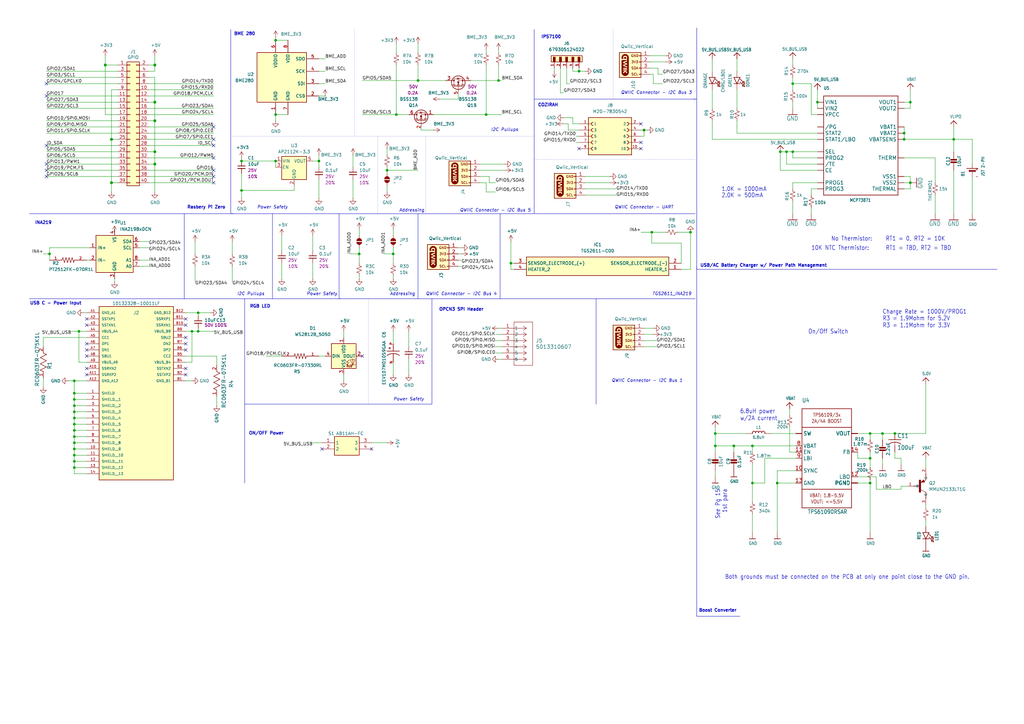
<source format=kicad_sch>
(kicad_sch (version 20250114) (generator "eeschema") (generator_version "9.0")
  (paper "A3")
  (title_block (title "Dream") (date "2025-08-31") (rev "1") (company "Mints-AI, University of Texas at Dallas") (comment 1 "Lakitha Wijeratne"))
  (text "I2C Pullups" (at 207.01 53.34 0) (effects (font (size 1.27 1.27) (thickness 0.1588) (italic yes))))
  (text "2.0K = 500mA" (at 295.91 81.28 0) (effects (font (size 1.778 1.5113)) (justify left bottom)))
  (text "No Thermistor:" (at 340.868 99.06 0) (effects (font (size 1.778 1.5113)) (justify left bottom)))
  (text "USB/AC Battery Charger w/ Power Path Management" (at 313.182 108.966 0) (effects (font (size 1.27 1.27) (thickness 0.254) (bold yes))))
  (text "QWIIC Connector - UART" (at 264.16 85.09 0) (effects (font (size 1.27 1.27) (thickness 0.1588) (italic yes))))
  (text "Power Safety" (at 111.76 85.09 0) (effects (font (size 1.27 1.27) (thickness 0.1588) (italic yes))))
  (text "Power Safety" (at 132.08 120.65 0) (effects (font (size 1.27 1.27) (thickness 0.1588) (italic yes))))
  (text "1.0K = 1000mA" (at 295.91 78.74 0) (effects (font (size 1.778 1.5113)) (justify left bottom)))
  (text "See Pg 15\n1st para" (at 293.37 200.66 90) (effects (font (size 1.778 1.5113)) (justify right top)))
  (text "QWIIC Connector - I2C Bus 1" (at 265.43 156.21 0) (effects (font (size 1.27 1.27) (thickness 0.1588) (italic yes))))
  (text "I2C Pullups" (at 102.87 120.65 0) (effects (font (size 1.27 1.27) (thickness 0.1588) (italic yes))))
  (text "10K NTC Thermistor:" (at 332.74 102.87 0) (effects (font (size 1.778 1.5113)) (justify left bottom)))
  (text "BME 280" (at 100.33 13.97 0) (effects (font (size 1.27 1.27) (thickness 0.254) (bold yes))))
  (text "Charge Rate = 1000V/PROG1" (at 361.95 129.032 0) (effects (font (size 1.778 1.5113)) (justify left bottom)))
  (text "RT1 = TBD, RT2 = TBD" (at 363.22 102.87 0) (effects (font (size 1.778 1.5113)) (justify left bottom)))
  (text "TGS2611_INA219" (at 275.59 120.65 0) (effects (font (size 1.27 1.27) (thickness 0.1588) (italic yes))))
  (text "ON/OFF Power" (at 109.22 177.8 0) (effects (font (size 1.27 1.27) (thickness 0.254) (bold yes))))
  (text "COZIRAH" (at 224.79 43.18 0) (effects (font (size 1.27 1.27) (thickness 0.254) (bold yes))))
  (text "Addressing" (at 168.91 86.36 0) (effects (font (size 1.27 1.27) (thickness 0.1588) (italic yes))))
  (text "Power Safety" (at 167.64 163.83 0) (effects (font (size 1.27 1.27) (thickness 0.1588) (italic yes))))
  (text "Rasbery Pi Zero " (at 85.09 85.09 0) (effects (font (size 1.27 1.27) (thickness 0.254) (bold yes))))
  (text "QWIIC Connector - I2C Bus 3" (at 269.24 38.1 0) (effects (font (size 1.27 1.27) (thickness 0.1588) (italic yes))))
  (text "QWIIC Connector - I2C Bus 4\n" (at 189.23 120.65 0) (effects (font (size 1.27 1.27) (thickness 0.1588) (italic yes))))
  (text "On/Off Switch" (at 331.47 137.16 0) (effects (font (size 1.778 1.5113)) (justify left bottom)))
  (text "RGB LED" (at 106.68 125.73 0) (effects (font (size 1.27 1.27) (thickness 0.254) (bold yes))))
  (text "USB C - Power Input" (at 22.86 124.46 0) (effects (font (size 1.27 1.27) (thickness 0.254) (bold yes))))
  (text "RT1 = 0, RT2 = 10K" (at 363.22 99.06 0) (effects (font (size 1.778 1.5113)) (justify left bottom)))
  (text "Addressing" (at 165.1 120.65 0) (effects (font (size 1.27 1.27) (thickness 0.1588) (italic yes))))
  (text "R3 = 1.9Mohm for 5.2V\nR3 = 1.1Mohm for 3.3V" (at 361.95 134.62 0) (effects (font (size 1.778 1.5113)) (justify left bottom)))
  (text "OPCN3 SPI Header" (at 189.23 127 0) (effects (font (size 1.27 1.27) (thickness 0.254) (bold yes))))
  (text "INA219" (at 17.78 91.44 0) (effects (font (size 1.27 1.27) (thickness 0.254) (bold yes))))
  (text "QWIIC Connector - I2C Bus 5" (at 203.2 86.36 0) (effects (font (size 1.27 1.27) (thickness 0.1588) (italic yes))))
  (text "Both grounds must be connected on the PCB at only one point close to the GND pin." (at 347.472 236.728 0) (effects (font (size 1.778 1.5113))))
  (text "IPS7100" (at 226.06 15.24 0) (effects (font (size 1.27 1.27) (thickness 0.254) (bold yes))))
  (text "Boost Converter" (at 294.386 250.444 0) (effects (font (size 1.27 1.27) (thickness 0.254) (bold yes))))
  (text "6.8uH power\nw/2A current" (at 303.53 172.72 0) (effects (font (size 1.778 1.5113)) (justify left bottom)))
  (junction (at 308.61 198.12))
  (junction (at 391.16 57.15))
  (junction (at 63.5 62.23) (diameter 1.016))
  (junction (at 361.95 177.8))
  (junction (at 43.18 26.67) (diameter 1.016))
  (junction (at 30.48 186.69))
  (junction (at 63.5 67.31) (diameter 1.016))
  (junction (at 308.61 182.88))
  (junction (at 293.37 177.8))
  (junction (at 30.48 168.91))
  (junction (at 30.48 166.37))
  (junction (at 30.48 189.23))
  (junction (at 373.38 41.91))
  (junction (at 30.48 161.29))
  (junction (at 283.21 95.25))
  (junction (at 370.84 54.61))
  (junction (at 237.49 29.21))
  (junction (at 30.48 176.53))
  (junction (at 373.38 74.93))
  (junction (at 356.87 177.8))
  (junction (at 45.72 57.15) (diameter 1.016))
  (junction (at 367.03 177.8))
  (junction (at 264.16 53.34))
  (junction (at 161.29 104.14))
  (junction (at 99.06 66.04))
  (junction (at 209.55 107.95))
  (junction (at 30.48 173.99))
  (junction (at 130.81 66.04))
  (junction (at 81.28 135.89))
  (junction (at 267.335 95.25))
  (junction (at 63.5 49.53) (diameter 1.016))
  (junction (at 99.06 78.105))
  (junction (at 32.385 135.89))
  (junction (at 30.48 179.07))
  (junction (at 113.03 46.99))
  (junction (at 63.5 41.91) (diameter 1.016))
  (junction (at 81.28 128.27))
  (junction (at 325.12 62.23))
  (junction (at 30.48 184.15))
  (junction (at 320.04 62.23))
  (junction (at 300.99 182.88))
  (junction (at 30.48 181.61))
  (junction (at 171.45 33.02))
  (junction (at 204.47 33.02))
  (junction (at 30.48 163.83))
  (junction (at 162.56 46.99))
  (junction (at 78.74 135.89))
  (junction (at 356.87 187.96))
  (junction (at 322.58 62.23))
  (junction (at 325.12 34.29))
  (junction (at 293.37 182.88))
  (junction (at 370.84 57.15))
  (junction (at 318.77 198.12))
  (junction (at 147.32 104.14))
  (junction (at 113.03 66.04))
  (junction (at 158.75 69.85))
  (junction (at 20.32 104.14))
  (junction (at 30.48 156.21))
  (junction (at 356.87 198.12))
  (junction (at 30.48 171.45))
  (junction (at 199.39 46.99))
  (junction (at 45.72 74.93) (diameter 1.016))
  (junction (at 113.03 16.51))
  (junction (at 30.48 191.77))
  (junction (at 335.28 41.91))
  (junction (at 63.5 26.67) (diameter 1.016))
  (no_connect (at 35.56 146.05))
  (no_connect (at 76.2 130.81))
  (no_connect (at 87.63 69.85))
  (no_connect (at 87.63 64.77))
  (no_connect (at 76.2 151.13))
  (no_connect (at 87.63 72.39))
  (no_connect (at 76.2 138.43))
  (no_connect (at 19.05 59.69))
  (no_connect (at 87.63 59.69))
  (no_connect (at 87.63 57.15))
  (no_connect (at 19.05 39.37))
  (no_connect (at 87.63 52.07))
  (no_connect (at 87.63 74.93))
  (no_connect (at 35.56 133.35))
  (no_connect (at 237.49 60.96))
  (no_connect (at 35.56 140.97))
  (no_connect (at 262.89 50.8))
  (no_connect (at 19.05 67.31))
  (no_connect (at 35.56 143.51))
  (no_connect (at 19.05 72.39))
  (no_connect (at 76.2 140.97))
  (no_connect (at 19.05 69.85))
  (no_connect (at 262.89 60.96))
  (no_connect (at 76.2 143.51))
  (no_connect (at 35.56 130.81))
  (no_connect (at 152.4 184.15))
  (no_connect (at 76.2 133.35))
  (no_connect (at 76.2 153.67))
  (no_connect (at 19.05 34.29))
  (no_connect (at 132.08 184.15))
  (no_connect (at 262.89 58.42))
  (no_connect (at 35.56 151.13))
  (no_connect (at 148.59 146.05))
  (no_connect (at 35.56 153.67))
  (wire (pts (xy 318.77 193.04) (xy 318.77 198.12)) (stroke (width 0.1524)))
  (wire (pts (xy 17.78 104.14) (xy 20.32 104.14)))
  (wire (pts (xy 76.2 146.05) (xy 88.9 146.05)))
  (wire (pts (xy 45.72 57.15) (xy 45.72 74.93)))
  (wire (pts (xy 60.96 57.15) (xy 87.63 57.15)))
  (wire (pts (xy 144.78 73.66) (xy 144.78 81.28)))
  (wire (pts (xy 171.45 33.02) (xy 182.88 33.02)))
  (wire (pts (xy 30.48 171.45) (xy 30.48 173.99)))
  (wire (pts (xy 35.56 138.43) (xy 17.78 138.43)))
  (wire (pts (xy 279.4 99.695) (xy 267.335 99.695)))
  (polyline (pts (xy 285.75 109.22) (xy 285.75 252.73)) (stroke (width 0) (type solid)))
  (wire (pts (xy 373.38 72.39) (xy 373.38 74.93)) (stroke (width 0.1524)))
  (wire (pts (xy 20.32 104.14) (xy 20.32 106.68)))
  (wire (pts (xy 48.26 39.37) (xy 19.05 39.37)))
  (wire (pts (xy 30.48 166.37) (xy 30.48 163.83)))
  (wire (pts (xy 370.84 44.45) (xy 373.38 44.45)) (stroke (width 0.1524)))
  (wire (pts (xy 369.57 187.96) (xy 369.57 190.5)) (stroke (width 0.1524)))
  (wire (pts (xy 266.7 25.4) (xy 273.05 25.4)))
  (wire (pts (xy 20.32 101.6) (xy 36.83 101.6)))
  (wire (pts (xy 130.81 66.04) (xy 130.81 68.58)))
  (wire (pts (xy 240.03 80.01) (xy 252.73 80.01)))
  (wire (pts (xy 293.37 182.88) (xy 293.37 185.42)) (stroke (width 0.1524)))
  (wire (pts (xy 63.5 31.75) (xy 63.5 41.91)))
  (wire (pts (xy 35.56 186.69) (xy 30.48 186.69)))
  (wire (pts (xy 367.03 185.42) (xy 367.03 187.96)) (stroke (width 0.1524)))
  (wire (pts (xy 326.39 187.96) (xy 313.69 187.96)) (stroke (width 0.1524)))
  (wire (pts (xy 63.5 49.53) (xy 60.96 49.53)))
  (wire (pts (xy 140.97 135.89) (xy 140.97 138.43)))
  (wire (pts (xy 35.56 179.07) (xy 30.48 179.07)))
  (polyline (pts (xy 244.475 122.555) (xy 244.475 165.735)))
  (wire (pts (xy 35.56 168.91) (xy 30.48 168.91)))
  (wire (pts (xy 271.78 30.48) (xy 269.875 30.48)))
  (wire (pts (xy 199.39 78.74) (xy 203.2 78.74)))
  (wire (pts (xy 325.12 64.77) (xy 325.12 62.23)) (stroke (width 0.1524)))
  (wire (pts (xy 180.34 40.64) (xy 187.96 40.64)))
  (polyline (pts (xy 284.48 40.64) (xy 285.75 40.64)) (stroke (width 0) (type solid)))
  (wire (pts (xy 148.59 46.99) (xy 162.56 46.99)))
  (wire (pts (xy 308.61 198.12) (xy 308.61 205.74)) (stroke (width 0.1524)))
  (wire (pts (xy 76.2 135.89) (xy 78.74 135.89)))
  (wire (pts (xy 63.5 62.23) (xy 63.5 67.31)))
  (wire (pts (xy 171.45 26.67) (xy 171.45 33.02)))
  (wire (pts (xy 266.7 27.94) (xy 269.875 27.94)))
  (wire (pts (xy 35.56 191.77) (xy 30.48 191.77)))
  (wire (pts (xy 167.64 135.89) (xy 167.64 142.24)))
  (wire (pts (xy 128.27 96.52) (xy 128.27 102.87)))
  (wire (pts (xy 161.29 148.59) (xy 161.29 153.67)))
  (wire (pts (xy 302.26 36.83) (xy 302.26 41.91)) (stroke (width 0.1524)))
  (wire (pts (xy 130.81 63.5) (xy 130.81 66.04)))
  (polyline (pts (xy 154.94 87.63) (xy 155.575 87.63)) (stroke (width 0) (type dot)))
  (wire (pts (xy 187.96 40.64) (xy 187.96 38.1)))
  (wire (pts (xy 63.5 49.53) (xy 63.5 62.23)))
  (wire (pts (xy 234.95 29.21) (xy 234.95 27.94)))
  (wire (pts (xy 60.96 34.29) (xy 87.63 34.29)))
  (wire (pts (xy 113.03 66.04) (xy 113.03 68.58)))
  (wire (pts (xy 205.74 134.62) (xy 204.47 134.62)))
  (wire (pts (xy 45.72 36.83) (xy 45.72 57.15)))
  (wire (pts (xy 379.73 213.36) (xy 379.73 215.9)))
  (polyline (pts (xy 12.065 122.555) (xy 285.115 122.555)))
  (wire (pts (xy 278.13 95.25) (xy 283.21 95.25)))
  (wire (pts (xy 227.33 27.94) (xy 227.33 29.21)))
  (wire (pts (xy 318.77 198.12) (xy 318.77 218.44)) (stroke (width 0.1524)))
  (wire (pts (xy 383.54 80.01) (xy 383.54 82.55)))
  (wire (pts (xy 203.2 142.24) (xy 205.74 142.24)))
  (wire (pts (xy 177.8 46.99) (xy 199.39 46.99)))
  (wire (pts (xy 130.81 24.13) (xy 133.35 24.13)))
  (wire (pts (xy 379.73 187.96) (xy 379.73 191.77)))
  (polyline (pts (xy 145.415 12.065) (xy 145.415 55.88)) (stroke (width 0) (type dot)))
  (wire (pts (xy 379.73 157.48) (xy 379.73 177.8)) (stroke (width 0.1524)))
  (wire (pts (xy 335.28 74.93) (xy 325.12 74.93)) (stroke (width 0.1524)))
  (wire (pts (xy 233.045 53.34) (xy 237.49 53.34)))
  (wire (pts (xy 35.56 184.15) (xy 30.48 184.15)))
  (wire (pts (xy 45.72 36.83) (xy 48.26 36.83)))
  (wire (pts (xy 234.95 48.26) (xy 234.95 50.8)))
  (wire (pts (xy 57.15 101.6) (xy 60.96 101.6)))
  (wire (pts (xy 204.47 26.67) (xy 204.47 33.02)))
  (wire (pts (xy 60.96 54.61) (xy 87.63 54.61)))
  (wire (pts (xy 367.03 177.8) (xy 379.73 177.8)) (stroke (width 0.1524)))
  (wire (pts (xy 370.84 72.39) (xy 373.38 72.39)) (stroke (width 0.1524)))
  (wire (pts (xy 391.16 52.07) (xy 391.16 57.15)) (stroke (width 0.1524)))
  (wire (pts (xy 200.66 74.93) (xy 200.66 72.39)))
  (wire (pts (xy 306.07 177.8) (xy 293.37 177.8)) (stroke (width 0.1524)))
  (wire (pts (xy 95.25 109.22) (xy 95.25 115.57)))
  (wire (pts (xy 187.96 109.22) (xy 189.23 109.22)))
  (wire (pts (xy 48.26 59.69) (xy 19.05 59.69)))
  (wire (pts (xy 240.03 29.21) (xy 237.49 29.21)))
  (wire (pts (xy 356.87 185.42) (xy 356.87 187.96)))
  (wire (pts (xy 19.05 62.23) (xy 48.26 62.23)))
  (wire (pts (xy 234.95 50.8) (xy 237.49 50.8)))
  (polyline (pts (xy 219.075 65.405) (xy 285.115 65.405)) (stroke (width 0) (type dot)))
  (wire (pts (xy 240.03 74.93) (xy 250.19 74.93)))
  (wire (pts (xy 76.2 128.27) (xy 81.28 128.27)))
  (wire (pts (xy 203.2 144.78) (xy 205.74 144.78)))
  (wire (pts (xy 379.73 207.01) (xy 379.73 208.28)))
  (wire (pts (xy 30.48 163.83) (xy 30.48 161.29)))
  (wire (pts (xy 302.26 52.07) (xy 302.26 54.61)) (stroke (width 0.1524)))
  (wire (pts (xy 323.85 167.64) (xy 323.85 170.18)))
  (polyline (pts (xy 151.13 122.555) (xy 151.13 165.735)) (stroke (width 0) (type dot)))
  (wire (pts (xy 130.81 29.21) (xy 133.35 29.21)))
  (wire (pts (xy 332.74 85.09) (xy 332.74 87.63)))
  (wire (pts (xy 45.72 57.15) (xy 48.26 57.15)))
  (wire (pts (xy 359.41 195.58) (xy 359.41 200.66)) (stroke (width 0.1524)))
  (wire (pts (xy 398.78 57.15) (xy 398.78 67.31)) (stroke (width 0.1524)))
  (wire (pts (xy 240.03 72.39) (xy 250.19 72.39)))
  (wire (pts (xy 326.39 193.04) (xy 318.77 193.04)) (stroke (width 0.1524)))
  (wire (pts (xy 35.56 176.53) (xy 30.48 176.53)))
  (wire (pts (xy 325.12 34.29) (xy 332.74 34.29)) (stroke (width 0.1524)))
  (wire (pts (xy 35.56 173.99) (xy 30.48 173.99)))
  (wire (pts (xy 60.96 44.45) (xy 87.63 44.45)))
  (wire (pts (xy 264.16 55.88) (xy 264.16 53.34)))
  (wire (pts (xy 267.97 34.29) (xy 267.97 30.48)))
  (wire (pts (xy 283.21 110.49) (xy 283.21 95.25)))
  (wire (pts (xy 308.61 190.5) (xy 308.61 193.04)))
  (wire (pts (xy 161.29 113.03) (xy 161.29 114.3)))
  (wire (pts (xy 172.72 53.34) (xy 172.72 52.07)))
  (wire (pts (xy 147.32 113.03) (xy 147.32 114.3)))
  (wire (pts (xy 292.1 49.53) (xy 292.1 52.07)))
  (wire (pts (xy 128.27 181.61) (xy 132.08 181.61)))
  (wire (pts (xy 373.38 41.91) (xy 370.84 41.91)) (stroke (width 0.1524)))
  (wire (pts (xy 203.2 139.7) (xy 205.74 139.7)))
  (wire (pts (xy 99.06 78.105) (xy 99.06 81.28)))
  (wire (pts (xy 60.96 74.93) (xy 87.63 74.93)))
  (wire (pts (xy 45.72 74.93) (xy 45.72 78.74)))
  (wire (pts (xy 308.61 182.88) (xy 326.39 182.88)) (stroke (width 0.1524)))
  (wire (pts (xy 19.05 41.91) (xy 48.26 41.91)))
  (wire (pts (xy 236.22 55.88) (xy 237.49 55.88)))
  (wire (pts (xy 30.48 161.29) (xy 35.56 161.29)))
  (wire (pts (xy 158.75 69.85) (xy 171.45 69.85)))
  (wire (pts (xy 322.58 67.31) (xy 335.28 67.31)) (stroke (width 0.1524)))
  (wire (pts (xy 43.18 22.86) (xy 43.18 26.67)))
  (wire (pts (xy 147.32 104.14) (xy 147.32 107.95)))
  (wire (pts (xy 204.47 20.32) (xy 204.47 21.59)))
  (wire (pts (xy 325.12 85.09) (xy 325.12 87.63)) (stroke (width 0.1524)))
  (wire (pts (xy 391.16 87.63) (xy 391.16 69.85)) (stroke (width 0.1524)))
  (wire (pts (xy 293.37 193.04) (xy 293.37 195.58)) (stroke (width 0.1524)))
  (wire (pts (xy 95.25 99.06) (xy 95.25 104.14)))
  (wire (pts (xy 232.41 27.94) (xy 232.41 34.29)))
  (wire (pts (xy 196.85 67.31) (xy 207.01 67.31)))
  (wire (pts (xy 335.28 54.61) (xy 302.26 54.61)) (stroke (width 0.1524)))
  (polyline (pts (xy 244.475 165.735) (xy 244.475 165.735)))
  (wire (pts (xy 313.69 198.12) (xy 313.69 187.96)) (stroke (width 0.1524)))
  (wire (pts (xy 370.84 57.15) (xy 391.16 57.15)) (stroke (width 0.1524)))
  (wire (pts (xy 30.48 181.61) (xy 30.48 184.15)))
  (wire (pts (xy 162.56 46.99) (xy 167.64 46.99)))
  (wire (pts (xy 30.48 156.21) (xy 35.56 156.21)))
  (wire (pts (xy 325.12 82.55) (xy 325.12 85.09)))
  (wire (pts (xy 120.65 76.2) (xy 120.65 78.105)))
  (wire (pts (xy 30.48 186.69) (xy 30.48 189.23)))
  (wire (pts (xy 320.04 62.23) (xy 322.58 62.23)) (stroke (width 0.1524)))
  (wire (pts (xy 115.57 107.95) (xy 115.57 114.3)))
  (wire (pts (xy 140.97 153.67) (xy 140.97 156.21)))
  (wire (pts (xy 63.5 67.31) (xy 60.96 67.31)))
  (wire (pts (xy 152.4 181.61) (xy 158.75 181.61)))
  (wire (pts (xy 264.16 134.62) (xy 267.97 134.62)))
  (wire (pts (xy 356.87 196.85) (xy 356.87 198.12)))
  (wire (pts (xy 262.89 95.25) (xy 267.335 95.25)))
  (wire (pts (xy 158.75 60.96) (xy 158.75 63.5)))
  (wire (pts (xy 19.05 31.75) (xy 48.26 31.75)))
  (wire (pts (xy 370.84 54.61) (xy 370.84 57.15)) (stroke (width 0.1524)))
  (polyline (pts (xy 285.75 40.64) (xy 285.75 110.49)) (stroke (width 0) (type solid)))
  (wire (pts (xy 293.37 177.8) (xy 293.37 182.88)) (stroke (width 0.1524)))
  (wire (pts (xy 308.61 210.82) (xy 308.61 218.44)) (stroke (width 0.1524)))
  (wire (pts (xy 373.38 36.83) (xy 373.38 41.91)) (stroke (width 0.1524)))
  (wire (pts (xy 356.87 177.8) (xy 361.95 177.8)) (stroke (width 0.1524)))
  (wire (pts (xy 204.47 33.02) (xy 205.74 33.02)))
  (wire (pts (xy 19.05 54.61) (xy 48.26 54.61)))
  (wire (pts (xy 80.01 109.22) (xy 80.01 115.57)))
  (wire (pts (xy 210.82 110.49) (xy 209.55 110.49)))
  (wire (pts (xy 356.87 198.12) (xy 356.87 218.44)) (stroke (width 0.1524)))
  (wire (pts (xy 32.385 135.89) (xy 35.56 135.89)))
  (wire (pts (xy 262.89 53.34) (xy 264.16 53.34)))
  (wire (pts (xy 292.1 36.83) (xy 292.1 41.91)) (stroke (width 0.1524)))
  (wire (pts (xy 81.28 134.62) (xy 81.28 135.89)))
  (wire (pts (xy 200.66 74.93) (xy 203.2 74.93)))
  (wire (pts (xy 43.18 46.99) (xy 48.26 46.99)))
  (wire (pts (xy 325.12 31.75) (xy 325.12 34.29)))
  (wire (pts (xy 199.39 26.67) (xy 199.39 46.99)))
  (wire (pts (xy 325.12 74.93) (xy 325.12 77.47)))
  (wire (pts (xy 17.78 154.94) (xy 17.78 158.75)))
  (wire (pts (xy 193.04 33.02) (xy 204.47 33.02)))
  (wire (pts (xy 335.28 77.47) (xy 332.74 77.47)) (stroke (width 0.1524)))
  (wire (pts (xy 48.26 29.21) (xy 19.05 29.21)))
  (wire (pts (xy 293.37 177.8) (xy 293.37 175.26)) (stroke (width 0.1524)))
  (wire (pts (xy 88.9 162.56) (xy 88.9 166.37)))
  (wire (pts (xy 35.56 166.37) (xy 30.48 166.37)))
  (wire (pts (xy 63.5 26.67) (xy 63.5 29.21)))
  (wire (pts (xy 323.85 175.26) (xy 323.85 185.42)))
  (wire (pts (xy 187.96 104.14) (xy 189.23 104.14)))
  (wire (pts (xy 130.81 73.66) (xy 130.81 81.28)))
  (wire (pts (xy 335.28 36.83) (xy 335.28 41.91)) (stroke (width 0.1524)))
  (polyline (pts (xy 219.075 12.065) (xy 219.075 87.63)) (stroke (width 0) (type solid)))
  (wire (pts (xy 63.5 41.91) (xy 63.5 49.53)))
  (wire (pts (xy 209.55 107.95) (xy 210.82 107.95)))
  (wire (pts (xy 60.96 39.37) (xy 87.63 39.37)))
  (wire (pts (xy 81.28 128.27) (xy 86.36 128.27)))
  (wire (pts (xy 158.75 69.85) (xy 158.75 71.12)))
  (wire (pts (xy 231.14 38.1) (xy 229.87 38.1)))
  (wire (pts (xy 63.5 41.91) (xy 60.96 41.91)))
  (wire (pts (xy 35.56 189.23) (xy 30.48 189.23)))
  (wire (pts (xy 300.99 182.88) (xy 308.61 182.88)) (stroke (width 0.1524)))
  (wire (pts (xy 162.56 17.78) (xy 162.56 21.59)))
  (wire (pts (xy 229.87 27.94) (xy 229.87 38.1)))
  (wire (pts (xy 30.48 173.99) (xy 30.48 176.53)))
  (wire (pts (xy 361.95 180.34) (xy 361.95 177.8)) (stroke (width 0.1524)))
  (wire (pts (xy 78.74 148.59) (xy 78.74 135.89)))
  (polyline (pts (xy 154.94 55.88) (xy 154.94 87.63)) (stroke (width 0) (type dot)))
  (wire (pts (xy 63.5 22.86) (xy 63.5 26.67)))
  (polyline (pts (xy 94.615 55.88) (xy 219.075 55.88)) (stroke (width 0) (type dot)))
  (wire (pts (xy 325.12 24.13) (xy 325.12 26.67)))
  (wire (pts (xy 35.56 171.45) (xy 30.48 171.45)))
  (wire (pts (xy 332.74 77.47) (xy 332.74 80.01)))
  (wire (pts (xy 351.79 187.96) (xy 356.87 187.96)) (stroke (width 0.1524)))
  (wire (pts (xy 19.05 34.29) (xy 48.26 34.29)))
  (wire (pts (xy 200.66 72.39) (xy 196.85 72.39)))
  (wire (pts (xy 236.22 58.42) (xy 237.49 58.42)))
  (wire (pts (xy 203.2 137.16) (xy 205.74 137.16)))
  (wire (pts (xy 63.5 26.67) (xy 60.96 26.67)))
  (polyline (pts (xy 177.165 122.555) (xy 177.165 165.735)))
  (wire (pts (xy 30.48 161.29) (xy 30.48 156.21)))
  (wire (pts (xy 43.18 26.67) (xy 43.18 46.99)))
  (wire (pts (xy 308.61 193.04) (xy 308.61 198.12)) (stroke (width 0.1524)))
  (wire (pts (xy 60.96 46.99) (xy 87.63 46.99)))
  (wire (pts (xy 30.48 191.77) (xy 30.48 189.23)))
  (wire (pts (xy 60.96 36.83) (xy 87.63 36.83)))
  (wire (pts (xy 369.57 199.39) (xy 372.11 199.39)))
  (polyline (pts (xy 111.76 87.63) (xy 111.76 122.555)) (stroke (width 0) (type solid)))
  (wire (pts (xy 300.99 185.42) (xy 300.99 182.88)) (stroke (width 0.1524)))
  (wire (pts (xy 99.06 64.77) (xy 99.06 66.04)))
  (polyline (pts (xy 285.75 110.49) (xy 408.94 110.49)) (stroke (width 0) (type solid)))
  (polyline (pts (xy 171.45 87.63) (xy 171.45 122.555)) (stroke (width 0) (type solid)))
  (polyline (pts (xy 219.075 40.64) (xy 285.115 40.64)) (stroke (width 0) (type solid)))
  (wire (pts (xy 17.78 138.43) (xy 17.78 142.24)))
  (wire (pts (xy 19.05 44.45) (xy 48.26 44.45)))
  (wire (pts (xy 120.65 78.105) (xy 99.06 78.105)))
  (wire (pts (xy 267.335 95.25) (xy 273.05 95.25)))
  (wire (pts (xy 370.84 74.93) (xy 373.38 74.93)) (stroke (width 0.1524)))
  (polyline (pts (xy 285.75 252.73) (xy 303.53 252.73)) (stroke (width 0) (type solid)))
  (wire (pts (xy 19.05 52.07) (xy 48.26 52.07)))
  (wire (pts (xy 81.28 135.89) (xy 87.63 135.89)))
  (wire (pts (xy 335.28 62.23) (xy 325.12 62.23)) (stroke (width 0.1524)))
  (wire (pts (xy 252.73 77.47) (xy 240.03 77.47)))
  (wire (pts (xy 332.74 34.29) (xy 332.74 46.99)) (stroke (width 0.1524)))
  (wire (pts (xy 99.06 66.04) (xy 113.03 66.04)))
  (wire (pts (xy 308.61 182.88) (xy 308.61 185.42)))
  (wire (pts (xy 115.57 96.52) (xy 115.57 102.87)))
  (wire (pts (xy 204.47 147.32) (xy 205.74 147.32)))
  (wire (pts (xy 233.68 34.29) (xy 232.41 34.29)))
  (wire (pts (xy 369.57 199.39) (xy 369.57 200.66)))
  (wire (pts (xy 398.78 72.39) (xy 398.78 87.63)) (stroke (width 0.1524)))
  (wire (pts (xy 76.2 156.21) (xy 78.74 156.21)))
  (wire (pts (xy 383.54 64.77) (xy 383.54 72.39)) (stroke (width 0.1524)))
  (wire (pts (xy 199.39 46.99) (xy 205.74 46.99)))
  (wire (pts (xy 262.89 55.88) (xy 264.16 55.88)))
  (wire (pts (xy 35.56 106.68) (xy 36.83 106.68)))
  (wire (pts (xy 237.49 27.94) (xy 237.49 29.21)))
  (wire (pts (xy 148.59 33.02) (xy 171.45 33.02)))
  (wire (pts (xy 326.39 198.12) (xy 318.77 198.12)) (stroke (width 0.1524)))
  (wire (pts (xy 99.06 78.105) (xy 99.06 71.12)))
  (wire (pts (xy 383.54 82.55) (xy 383.54 87.63)) (stroke (width 0.1524)))
  (wire (pts (xy 19.05 64.77) (xy 48.26 64.77)))
  (wire (pts (xy 302.26 29.21) (xy 302.26 24.13)) (stroke (width 0.1524)))
  (wire (pts (xy 373.38 41.91) (xy 373.38 44.45)) (stroke (width 0.1524)))
  (wire (pts (xy 302.26 41.91) (xy 302.26 44.45)))
  (wire (pts (xy 335.28 41.91) (xy 335.28 44.45)) (stroke (width 0.1524)))
  (wire (pts (xy 63.5 29.21) (xy 60.96 29.21)))
  (wire (pts (xy 351.79 177.8) (xy 356.87 177.8)) (stroke (width 0.1524)))
  (wire (pts (xy 264.16 142.24) (xy 269.24 142.24)))
  (wire (pts (xy 373.38 77.47) (xy 373.38 74.93)) (stroke (width 0.1524)))
  (polyline (pts (xy 94.615 87.63) (xy 95.885 87.63)))
  (wire (pts (xy 172.72 53.34) (xy 177.8 53.34)))
  (wire (pts (xy 30.48 184.15) (xy 30.48 186.69)))
  (wire (pts (xy 199.39 78.74) (xy 199.39 74.93)))
  (wire (pts (xy 19.05 69.85) (xy 48.26 69.85)))
  (wire (pts (xy 367.03 187.96) (xy 369.57 187.96)) (stroke (width 0.1524)))
  (polyline (pts (xy 139.065 122.555) (xy 139.7 122.555)) (stroke (width 0) (type solid)))
  (wire (pts (xy 57.15 109.22) (xy 60.96 109.22)))
  (wire (pts (xy 233.045 50.8) (xy 233.045 53.34)))
  (wire (pts (xy 60.96 69.85) (xy 87.63 69.85)))
  (wire (pts (xy 300.99 182.88) (xy 293.37 182.88)) (stroke (width 0.1524)))
  (wire (pts (xy 46.99 114.3) (xy 46.99 115.57)))
  (wire (pts (xy 325.12 34.29) (xy 325.12 36.83)))
  (wire (pts (xy 88.9 146.05) (xy 88.9 149.86)))
  (wire (pts (xy 60.96 64.77) (xy 87.63 64.77)))
  (wire (pts (xy 45.72 74.93) (xy 48.26 74.93)))
  (wire (pts (xy 320.04 62.23) (xy 320.04 69.85)) (stroke (width 0.1524)))
  (wire (pts (xy 113.03 15.24) (xy 113.03 16.51)))
  (wire (pts (xy 391.16 62.23) (xy 391.16 57.15)) (stroke (width 0.1524)))
  (wire (pts (xy 30.48 194.31) (xy 30.48 191.77)))
  (wire (pts (xy 335.28 57.15) (xy 292.1 57.15)) (stroke (width 0.1524)))
  (wire (pts (xy 60.96 72.39) (xy 87.63 72.39)))
  (wire (pts (xy 325.12 41.91) (xy 325.12 44.45)))
  (wire (pts (xy 57.15 106.68) (xy 60.96 106.68)))
  (wire (pts (xy 158.75 68.58) (xy 158.75 69.85)))
  (wire (pts (xy 267.97 30.48) (xy 266.7 30.48)))
  (wire (pts (xy 147.32 93.98) (xy 147.32 96.52)))
  (wire (pts (xy 81.28 128.27) (xy 81.28 129.54)))
  (wire (pts (xy 199.39 20.32) (xy 199.39 21.59)))
  (wire (pts (xy 35.56 194.31) (xy 30.48 194.31)))
  (wire (pts (xy 320.04 69.85) (xy 335.28 69.85)) (stroke (width 0.1524)))
  (wire (pts (xy 351.79 195.58) (xy 359.41 195.58)) (stroke (width 0.1524)))
  (wire (pts (xy 187.96 106.68) (xy 189.23 106.68)))
  (wire (pts (xy 35.56 181.61) (xy 30.48 181.61)))
  (wire (pts (xy 63.5 31.75) (xy 60.96 31.75)))
  (wire (pts (xy 322.58 67.31) (xy 322.58 62.23)) (stroke (width 0.1524)))
  (wire (pts (xy 273.05 22.86) (xy 266.7 22.86)))
  (wire (pts (xy 113.03 16.51) (xy 118.11 16.51)))
  (wire (pts (xy 19.05 72.39) (xy 48.26 72.39)))
  (polyline (pts (xy 139.065 87.63) (xy 139.065 122.555)) (stroke (width 0) (type solid)))
  (wire (pts (xy 267.335 95.25) (xy 267.335 99.695)))
  (wire (pts (xy 370.84 64.77) (xy 383.54 64.77)) (stroke (width 0.1524)))
  (wire (pts (xy 76.2 148.59) (xy 78.74 148.59)))
  (polyline (pts (xy 12.065 87.63) (xy 285.115 87.63)) (stroke (width 0) (type solid)))
  (wire (pts (xy 80.01 99.06) (xy 80.01 104.14)))
  (wire (pts (xy 128.27 66.04) (xy 130.81 66.04)))
  (wire (pts (xy 359.41 200.66) (xy 369.57 200.66)) (stroke (width 0.1524)))
  (wire (pts (xy 128.27 107.95) (xy 128.27 114.3)))
  (wire (pts (xy 264.16 139.7) (xy 269.24 139.7)))
  (wire (pts (xy 383.54 72.39) (xy 383.54 74.93)))
  (wire (pts (xy 267.97 34.29) (xy 271.78 34.29)))
  (wire (pts (xy 209.55 99.06) (xy 209.55 107.95)))
  (wire (pts (xy 356.87 177.8) (xy 356.87 180.34)))
  (wire (pts (xy 351.79 185.42) (xy 351.79 187.96)) (stroke (width 0.1524)))
  (wire (pts (xy 130.81 34.29) (xy 133.35 34.29)))
  (wire (pts (xy 322.58 62.23) (xy 325.12 62.23)) (stroke (width 0.1524)))
  (wire (pts (xy 29.21 135.89) (xy 32.385 135.89)))
  (wire (pts (xy 292.1 41.91) (xy 292.1 44.45)))
  (wire (pts (xy 391.16 57.15) (xy 398.78 57.15)) (stroke (width 0.1524)))
  (wire (pts (xy 20.32 101.6) (xy 20.32 104.14)))
  (wire (pts (xy 113.03 46.99) (xy 118.11 46.99)))
  (wire (pts (xy 187.96 101.6) (xy 189.23 101.6)))
  (wire (pts (xy 35.56 148.59) (xy 32.385 148.59)))
  (wire (pts (xy 335.28 46.99) (xy 332.74 46.99)) (stroke (width 0.1524)))
  (wire (pts (xy 313.69 198.12) (xy 308.61 198.12)) (stroke (width 0.1524)))
  (wire (pts (xy 27.94 156.21) (xy 30.48 156.21)))
  (wire (pts (xy 231.14 48.26) (xy 234.95 48.26)))
  (wire (pts (xy 325.12 64.77) (xy 335.28 64.77)) (stroke (width 0.1524)))
  (polyline (pts (xy 174.625 55.88) (xy 174.625 87.63)) (stroke (width 0) (type dot)))
  (wire (pts (xy 63.5 67.31) (xy 63.5 78.74)))
  (polyline (pts (xy 100.33 165.735) (xy 177.165 165.735)))
  (polyline (pts (xy 100.33 122.555) (xy 100.33 198.12)))
  (wire (pts (xy 60.96 52.07) (xy 87.63 52.07)))
  (wire (pts (xy 48.26 67.31) (xy 19.05 67.31)))
  (wire (pts (xy 30.48 166.37) (xy 30.48 168.91)))
  (polyline (pts (xy 94.615 12.065) (xy 94.615 87.63)))
  (polyline (pts (xy 205.105 87.63) (xy 205.105 122.555)) (stroke (width 0) (type solid)))
  (wire (pts (xy 356.87 187.96) (xy 356.87 191.77)))
  (wire (pts (xy 30.48 181.61) (xy 30.48 179.07)))
  (wire (pts (xy 161.29 101.6) (xy 161.29 104.14)))
  (wire (pts (xy 113.03 46.99) (xy 113.03 49.53)))
  (wire (pts (xy 35.56 163.83) (xy 30.48 163.83)))
  (wire (pts (xy 130.81 146.05) (xy 133.35 146.05)))
  (wire (pts (xy 46.99 95.25) (xy 46.99 93.98)))
  (wire (pts (xy 30.48 176.53) (xy 30.48 179.07)))
  (wire (pts (xy 302.26 49.53) (xy 302.26 52.07)))
  (wire (pts (xy 269.875 27.94) (xy 269.875 30.48)))
  (wire (pts (xy 361.95 187.96) (xy 361.95 190.5)) (stroke (width 0.1524)))
  (wire (pts (xy 161.29 93.98) (xy 161.29 96.52)))
  (wire (pts (xy 370.84 52.07) (xy 370.84 54.61)) (stroke (width 0.1524)))
  (wire (pts (xy 199.39 74.93) (xy 196.85 74.93)))
  (wire (pts (xy 30.48 168.91) (xy 30.48 171.45)))
  (wire (pts (xy 264.16 137.16) (xy 267.97 137.16)))
  (wire (pts (xy 292.1 24.13) (xy 292.1 29.21)) (stroke (width 0.1524)))
  (polyline (pts (xy 251.46 12.065) (xy 251.46 40.64)) (stroke (width 0) (type dot)))
  (wire (pts (xy 63.5 62.23) (xy 60.96 62.23)))
  (wire (pts (xy 158.75 76.2) (xy 158.75 78.74)))
  (wire (pts (xy 161.29 104.14) (xy 157.48 104.14)))
  (wire (pts (xy 109.22 146.05) (xy 115.57 146.05)))
  (wire (pts (xy 171.45 17.78) (xy 171.45 21.59)))
  (wire (pts (xy 43.18 26.67) (xy 48.26 26.67)))
  (wire (pts (xy 147.32 101.6) (xy 147.32 104.14)))
  (polyline (pts (xy 285.75 11.43) (xy 285.75 40.64)) (stroke (width 0) (type solid)))
  (wire (pts (xy 231.14 50.8) (xy 233.045 50.8)))
  (wire (pts (xy 237.49 29.21) (xy 234.95 29.21)))
  (wire (pts (xy 279.4 110.49) (xy 283.21 110.49)))
  (wire (pts (xy 279.4 107.95) (xy 279.4 99.695)))
  (wire (pts (xy 326.39 185.42) (xy 323.85 185.42)) (stroke (width 0.1524)))
  (wire (pts (xy 143.51 104.14) (xy 147.32 104.14)))
  (wire (pts (xy 370.84 77.47) (xy 373.38 77.47)) (stroke (width 0.1524)))
  (wire (pts (xy 264.16 53.34) (xy 265.43 53.34)))
  (wire (pts (xy 32.385 148.59) (xy 32.385 135.89)))
  (wire (pts (xy 144.78 63.5) (xy 144.78 68.58)))
  (wire (pts (xy 162.56 26.67) (xy 162.56 46.99)))
  (wire (pts (xy 196.85 69.85) (xy 207.01 69.85)))
  (wire (pts (xy 78.74 135.89) (xy 81.28 135.89)))
  (wire (pts (xy 361.95 177.8) (xy 367.03 177.8)) (stroke (width 0.1524)))
  (wire (pts (xy 161.29 135.89) (xy 161.29 140.97)))
  (wire (pts (xy 48.26 49.53) (xy 19.05 49.53)))
  (wire (pts (xy 326.39 177.8) (xy 316.23 177.8)) (stroke (width 0.1524)))
  (wire (pts (xy 60.96 59.69) (xy 87.63 59.69)))
  (polyline (pts (xy 75.565 87.63) (xy 75.565 122.555)) (stroke (width 0) (type solid)))
  (wire (pts (xy 167.64 147.32) (xy 167.64 153.67)))
  (wire (pts (xy 130.81 39.37) (xy 133.35 39.37)))
  (wire (pts (xy 161.29 104.14) (xy 161.29 107.95)))
  (wire (pts (xy 209.55 110.49) (xy 209.55 107.95)))
  (wire (pts (xy 351.79 198.12) (xy 356.87 198.12)) (stroke (width 0.1524)))
  (wire (pts (xy 34.29 128.27) (xy 35.56 128.27)))
  (wire (pts (xy 57.15 99.06) (xy 60.96 99.06)))
  (wire (pts (xy 292.1 52.07) (xy 292.1 57.15)) (stroke (width 0.1524)))
  (label "ID_SDA" (at 19.05 59.69 0))
  (label "GPIO6{slash}SCL5" (at 19.05 64.77 0))
  (label "GPIO5{slash}SDA5" (at 203.2 74.93 0))
  (label "5V_BUS_USB" (at 29.21 135.89 180))
  (label "BME_SDA" (at 205.74 33.02 0))
  (label "GPIO15{slash}RXD0" (at 236.22 58.42 180))
  (label "GPIO14{slash}TXD0" (at 252.73 77.47 0))
  (label "BME_ADD" (at 133.35 24.13 0))
  (label "ID_SCL" (at 87.63 59.69 180))
  (label "GPIO5{slash}SDA5" (at 19.05 62.23 0))
  (label "5V_BUS_USB" (at 87.63 135.89 0))
  (label "GPIO21{slash}PCM.DOUT" (at 87.63 74.93 180))
  (label "BME_SCL" (at 205.74 46.99 0))
  (label "GPIO19{slash}PCM.FS" (at 19.05 69.85 0))
  (label "GPIO10{slash}SPI0.MOSI" (at 19.05 49.53 0))
  (label "GPIO23{slash}SDA4" (at 189.23 106.68 0))
  (label "GPIO9{slash}SPI0.MISO" (at 19.05 52.07 0))
  (label "GPIO3{slash}SCL1" (at 269.24 142.24 0))
  (label "GPIO23{slash}SDA4" (at 87.63 44.45 180))
  (label "GPIO5{slash}SDA5" (at 148.59 33.02 0))
  (label "GPIO4{slash}GPCLK0" (at 19.05 34.29 0))
  (label "GPIO2{slash}SDA1" (at 269.24 139.7 0))
  (label "LBO" (at 361.95 200.66 0) (effects (font (size 1.2446 1.2446))))
  (label "GPIO27{slash}SDA3" (at 19.05 41.91 0))
  (label "GPIO26{slash}SCL6" (at 19.05 72.39 0))
  (label "GPIO14{slash}TXD0" (at 87.63 34.29 180))
  (label "GPIO8{slash}SPI0.CE0" (at 87.63 54.61 180))
  (label "GPIO15{slash}RXD0" (at 87.63 36.83 180))
  (label "GPIO16" (at 87.63 69.85 180))
  (label "INA_ADD0" (at 143.51 104.14 90))
  (label "BME_ADD" (at 171.45 69.85 90))
  (label "GPIO22{slash}SCL3" (at 19.05 44.45 0))
  (label "BME_SCL" (at 133.35 29.21 0))
  (label "INA+" (at 17.78 104.14 180))
  (label "GPIO9{slash}SPI0.MISO" (at 203.2 139.7 180))
  (label "GPIO2{slash}SDA1" (at 19.05 29.21 0))
  (label "GPIO23{slash}SDA4" (at 80.01 115.57 0))
  (label "GPIO11{slash}SPI0.SCLK" (at 203.2 137.16 180))
  (label "GPIO17" (at 19.05 39.37 0))
  (label "5V_BUS_USB" (at 128.27 181.61 180))
  (label "GPIO23{slash}SDA4" (at 60.96 99.06 0))
  (label "GPIO6{slash}SCL5" (at 148.59 46.99 0))
  (label "INA+" (at 262.89 95.25 180))
  (label "GPIO25{slash}SDA6" (at 87.63 52.07 180))
  (label "GPIO3{slash}SCL1" (at 19.05 31.75 0))
  (label "GPIO18{slash}PCM.CLK" (at 87.63 39.37 180))
  (label "GPIO24{slash}SCL4" (at 189.23 109.22 0))
  (label "GPIO12{slash}PWM0" (at 87.63 64.77 180))
  (label "GPIO15{slash}RXD0" (at 252.73 80.01 0))
  (label "GPIO18{slash}PCM.CLK" (at 109.22 146.05 0))
  (label "GPIO22{slash}SCL3" (at 233.68 34.29 0))
  (label "GPIO13{slash}PWM1" (at 19.05 67.31 0))
  (label "GPIO20{slash}PCM.DIN" (at 87.63 72.39 180))
  (label "GPIO22{slash}SCL3" (at 271.78 34.29 0))
  (label "GPIO24{slash}SCL4" (at 87.63 46.99 180))
  (label "GPIO8{slash}SPI0.CE0" (at 203.2 144.78 180))
  (label "INA_ADD0" (at 60.96 109.22 0))
  (label "GPIO7{slash}SPI0.CE1" (at 87.63 57.15 180))
  (label "GPIO27{slash}SDA3" (at 271.78 30.48 0))
  (label "GPIO14{slash}TXD0" (at 236.22 55.88 180))
  (label "GPIO27{slash}SDA3" (at 231.14 38.1 0))
  (label "GPIO24{slash}SCL4" (at 60.96 101.6 0))
  (label "GPIO6{slash}SCL5" (at 203.2 78.74 0))
  (label "GPIO10{slash}SPI0.MOSI" (at 203.2 142.24 180))
  (label "BME_SDA" (at 133.35 34.29 0))
  (label "INA_ADD1" (at 60.96 106.68 0))
  (label "GPIO24{slash}SCL4" (at 95.25 115.57 0))
  (label "GPIO11{slash}SPI0.SCLK" (at 19.05 54.61 0))
  (label "INA_ADD1" (at 157.48 104.14 90))
  (symbol (lib_id "power:+5V") (at 63.5 22.86 0) (unit 1)
    (property "Reference" "#PWR0102" (effects (hide yes)))
    (property "Value" "+5V" (at 63.8683 18.5356 0))
    (property "Description" "Power symbol creates a global label with name \"+5V\"" (effects (hide yes)))
  )
  (symbol (lib_id "power:+3.3V") (at 43.18 22.86 0) (unit 1)
    (property "Reference" "#PWR0101" (effects (hide yes)))
    (property "Value" "+3V3" (at 43.5483 18.5356 0))
    (property "Description" "Power symbol creates a global label with name \"+3.3V\"" (effects (hide yes)))
  )
  (symbol (lib_id "power:GND") (at 63.5 78.74 0) (unit 1)
    (property "Reference" "#PWR0104" (effects (hide yes)))
    (property "Value" "GND" (at 63.6143 83.0644 0))
    (property "Description" "Power symbol creates a global label with name \"GND\" , ground" (effects (hide yes)))
  )
  (symbol (lib_id "power:GND") (at 45.72 78.74 0) (unit 1)
    (property "Reference" "#PWR0103" (effects (hide yes)))
    (property "Value" "GND" (at 45.8343 83.0644 0))
    (property "Description" "Power symbol creates a global label with name \"GND\" , ground" (effects (hide yes)))
  )
  (symbol (lib_id "Connector_Generic:Conn_02x20_Odd_Even") (at 53.34 49.53 0) (unit 1)
    (property "Reference" "J1" (at 54.61 21.1898 0))
    (property "Value" "GPIO" (at 54.61 23.495 0))
    (property "Footprint" "Connector_PinSocket_2.54mm:PinSocket_2x20_P2.54mm_Vertical" (effects (hide yes)))
    (property "Description" "Generic connector, double row, 02x20, odd/even pin numbering scheme (row 1 odd numbers, row 2 even numbers), script generated (kicad-library-utils/schlib/autogen/connector/)" (effects (hide yes)))
  )
  (symbol (lib_id "power:GND") (at 204.47 147.32 270) (unit 1)
    (property "Reference" "#PWR0161" (effects (hide yes)))
    (property "Value" "GND" (at 199.39 147.32 90))
    (property "Description" "Power symbol creates a global label with name \"GND\" , ground" (effects (hide yes)))
  )
  (symbol (lib_id "Adafruit PowerBoost 1000C Rev B-eagle-import:VBUS") (at 292.1 21.59 0) (unit 1)
    (property "Reference" "#U$0102" (effects (hide yes)))
    (property "Value" "5V_BUS_USB" (at 287.782 21.082 0) (effects (font (size 1.27 1.0795)) (justify left bottom)))
  )
  (symbol (lib_id "Adafruit PowerBoost 1000C Rev B-eagle-import:supply1_GND") (at 332.74 90.17 0) (unit 1)
    (property "Reference" "#GND0102" (effects (hide yes)))
    (property "Value" "GND" (at 330.2 92.71 0) (effects (font (size 1.778 1.5113)) (justify left bottom)))
  )
  (symbol (lib_id "SparkFun-Resistor:10k_0603") (at 325.12 39.37 90) (unit 1)
    (property "Reference" "R15" (at 322.326 37.592 0) (effects (justify right)))
    (property "Value" "100k" (at 326.39 39.37 90) (effects (justify right)))
    (property "Footprint" "Resistor_SMD:R_0603_1608Metric" (effects (hide yes)))
    (property "Datasheet" "https://www.vishay.com/docs/20035/dcrcwe3.pdf" (effects (hide yes)))
    (property "Description" "Resistor" (effects (hide yes)))
    (property "PROD_ID" "RES-00824" (effects (hide yes)))
    (property "Vendor" "https://www.digikey.com/en/products/detail/vishay-dale/CRCW060310K0FKEA/1174782" (effects (hide yes)))
  )
  (symbol (lib_id "SparkFun-Resistor:10k_0603") (at 158.75 66.04 90) (unit 1)
    (property "Reference" "R6" (at 161.29 64.7699 90) (effects (justify right)))
    (property "Value" "10k" (at 161.29 67.3099 90) (effects (justify right)))
    (property "Footprint" "SparkFun-Resistor:R_0603_1608Metric" (effects (hide yes)))
    (property "Datasheet" "https://www.vishay.com/docs/20035/dcrcwe3.pdf" (effects (hide yes)))
    (property "Description" "Resistor" (effects (hide yes)))
    (property "PROD_ID" "RES-00824" (effects (hide yes)))
    (property "Vendor" "https://www.digikey.com/en/products/detail/vishay-dale/CRCW060310K0FKEA/1174782" (effects (hide yes)))
  )
  (symbol (lib_id "Adafruit PowerBoost 1000C Rev B-eagle-import:VBUS") (at 325.12 21.59 0) (unit 1)
    (property "Reference" "#U$0103" (effects (hide yes)))
    (property "Value" "5V_BUS_USB" (at 320.802 20.828 0) (effects (font (size 1.27 1.0795)) (justify left bottom)))
  )
  (symbol (lib_id "power:VCC") (at 204.47 20.32 0) (unit 1)
    (property "Reference" "#PWR0151" (effects (hide yes)))
    (property "Value" "BME_3V3" (at 207.01 15.24 0))
    (property "Description" "Power symbol creates a global label with name \"VCC\"" (effects (hide yes)))
  )
  (symbol (lib_id "Adafruit PowerBoost 1000C Rev B-eagle-import:5.0V") (at 379.73 154.94 0) (unit 1)
    (property "Reference" "#U$0122" (effects (hide yes)))
    (property "Value" "5.0V" (at 378.206 153.924 0) (effects (font (size 1.27 1.0795)) (justify left bottom)))
  )
  (symbol (lib_id "power:GND") (at 273.05 22.86 90) (unit 1)
    (property "Reference" "#PWR0115" (effects (hide yes)))
    (property "Value" "GND" (at 278.13 22.86 90))
    (property "Description" "Power symbol creates a global label with name \"GND\" , ground" (effects (hide yes)))
  )
  (symbol (lib_id "Adafruit PowerBoost 1000C Rev B-eagle-import:LED0805_NOOUTLINE") (at 302.26 34.29 270) (unit 1)
    (property "Reference" "DONE1" (at 306.705 33.02 0) (effects (font (size 1.27 1.0795))))
    (property "Value" "GREEN" (at 299.466 33.02 0) (effects (font (size 1.27 1.0795))))
    (property "Footprint" "Capacitor_SMD:C_0201_0603Metric_Pad0.64x0.40mm_HandSolder" (effects (hide yes)))
  )
  (symbol (lib_id "power:+5V") (at 95.25 99.06 0) (unit 1)
    (property "Reference" "#PWR0107" (effects (hide yes)))
    (property "Value" "+5V" (at 95.6183 94.7356 0))
    (property "Description" "Power symbol creates a global label with name \"+5V\"" (effects (hide yes)))
  )
  (symbol (lib_id "SparkFun-Connector:Qwiic_Vertical") (at 182.88 106.68 180) (unit 1)
    (property "Reference" "J3" (at 180.9751 111.76 90) (effects (justify left)))
    (property "Value" "Qwiic_Vertical" (at 189.23 97.79 0) (effects (justify left)))
    (property "Footprint" "SparkFun-Connector:JST_SMD_1.0mm-4_Vertical_Black" (effects (hide yes)))
    (property "Datasheet" "https://www.jst-mfg.com/product/pdf/eng/eSH.pdf" (effects (hide yes)))
    (property "Description" "4 pin JST 1mm polarized connector for I2C" (effects (hide yes)))
    (property "PROD_ID" "CONN-14483" (effects (hide yes)))
    (property "Vendor" "https://www.digikey.com/en/products/detail/jst-sales-america-inc/BM04B-SRSS-TB/926696" (effects (hide yes)))
  )
  (symbol (lib_id "SparkFun-Connector:Qwiic_Vertical") (at 234.95 77.47 180) (unit 1)
    (property "Reference" "J7" (at 233.0451 82.55 90) (effects (justify left)))
    (property "Value" "Qwiic_Vertical" (at 241.3 68.58 0) (effects (justify left)))
    (property "Footprint" "SparkFun-Connector:JST_SMD_1.0mm-4_Vertical_Black" (effects (hide yes)))
    (property "Datasheet" "https://www.jst-mfg.com/product/pdf/eng/eSH.pdf" (effects (hide yes)))
    (property "Description" "4 pin JST 1mm polarized connector for I2C" (effects (hide yes)))
    (property "PROD_ID" "CONN-14483" (effects (hide yes)))
    (property "Vendor" "https://www.digikey.com/en/products/detail/jst-sales-america-inc/BM04B-SRSS-TB/926696" (effects (hide yes)))
  )
  (symbol (lib_id "SparkFun-Resistor:10k_0603") (at 325.12 29.21 90) (unit 1)
    (property "Reference" "R14" (at 322.58 27.178 0) (effects (justify right)))
    (property "Value" "270k" (at 326.898 29.21 90) (effects (justify right)))
    (property "Footprint" "Resistor_SMD:R_0603_1608Metric" (effects (hide yes)))
    (property "Datasheet" "https://www.vishay.com/docs/20035/dcrcwe3.pdf" (effects (hide yes)))
    (property "Description" "Resistor" (effects (hide yes)))
    (property "PROD_ID" "RES-00824" (effects (hide yes)))
    (property "Vendor" "https://www.digikey.com/en/products/detail/vishay-dale/CRCW060310K0FKEA/1174782" (effects (hide yes)))
  )
  (symbol (lib_id "Adafruit PowerBoost 1000C Rev B-eagle-import:MCP73871") (at 353.06 59.69 0) (unit 1)
    (property "Reference" "U5" (at 337.82 36.83 0) (effects (font (size 1.27 1.0795)) (justify left bottom)))
    (property "Value" "MCP73871" (at 348.488 82.804 0) (effects (font (size 1.27 1.0795)) (justify left bottom)))
    (property "Footprint" "Package_DFN_QFN:QFN-20-1EP_3.5x3.5mm_P0.5mm_EP2x2mm" (effects (hide yes)))
  )
  (symbol (lib_id "Adafruit PowerBoost 1000C Rev B-eagle-import:VBUS") (at 335.28 34.29 0) (unit 1)
    (property "Reference" "#U$0108" (effects (hide yes)))
    (property "Value" "5V_BUS_USB" (at 333.756 33.274 0) (effects (font (size 1.27 1.0795)) (justify left bottom)))
  )
  (symbol (lib_id "SparkFun-Resistor:10k_4x0603_Array") (at 95.25 106.68 90) (unit 2)
    (property "Reference" "R3" (at 97.79 105.4099 90) (effects (justify right)))
    (property "Value" "10k" (at 97.79 107.9499 90) (effects (justify right)))
    (property "Footprint" "SparkFun-Resistor:R_Array_Convex_4x0603" (effects (hide yes)))
    (property "Datasheet" "https://www.bourns.com/docs/Product-Datasheets/CATCAY.pdf" (effects (hide yes)))
    (property "Description" "Resistor Array" (effects (hide yes)))
    (property "PROD_ID" "RES-22662" (effects (hide yes)))
  )
  (symbol (lib_id "power:GND") (at 161.29 153.67 0) (unit 1)
    (property "Reference" "#PWR0159" (effects (hide yes)))
    (property "Value" "GND" (at 161.4043 157.9944 0))
    (property "Description" "Power symbol creates a global label with name \"GND\" , ground" (effects (hide yes)))
  )
  (symbol (lib_id "power:GND") (at 99.06 81.28 0) (unit 1)
    (property "Reference" "#PWR0126" (effects (hide yes)))
    (property "Value" "GND" (at 99.1743 85.6044 0))
    (property "Description" "Power symbol creates a global label with name \"GND\" , ground" (effects (hide yes)))
  )
  (symbol (lib_id "SparkFun-Resistor:10k_4x0603_Array") (at 162.56 24.13 90) (unit 1)
    (property "Reference" "R7" (at 165.1 22.8599 90) (effects (justify right)))
    (property "Value" "10k" (at 165.1 25.3999 90) (effects (justify right)))
    (property "Footprint" "SparkFun-Resistor:R_Array_Convex_4x0603" (effects (hide yes)))
    (property "Datasheet" "https://www.bourns.com/docs/Product-Datasheets/CATCAY.pdf" (effects (hide yes)))
    (property "Description" "Resistor Array" (effects (hide yes)))
    (property "PROD_ID" "RES-22662" (effects (hide yes)))
    (property "Custom Feild" "https://www.digikey.com/en/products/detail/bourns-inc/CAT16-1002F4LF/3593233?s=N4IgjCBcodIMZQGYEMA2BnApgGhAeygG0QB2AZgBYAGckAXTwAcAXKEAZRYCcBLAOwDmIAL546cRJFSZcBYuDDkIjEK3Zc%2BQ0XjAA2KKCkzseQpBIAOcqQBMthszaROPAcLEhbyyoYTJ0U3kLL1p9Ukc1Z1ctDzwAWlgjANkzBTAwSwZPeIdJKB4AVzlzEgBWEDwATmyEiWTIIpL06lqQeIN8xu5itJC6PF88B3oc3y6TZpD7UlpK8EsyvRURVaA" (effects (hide yes)))
  )
  (symbol (lib_id "SparkFun-Resistor:10k_0603") (at 325.12 80.01 90) (unit 1)
    (property "Reference" "R16" (at 322.834 78.486 0) (effects (justify right)))
    (property "Value" "1k" (at 326.644 80.01 90) (effects (justify right)))
    (property "Footprint" "Resistor_SMD:R_0603_1608Metric" (effects (hide yes)))
    (property "Datasheet" "https://www.vishay.com/docs/20035/dcrcwe3.pdf" (effects (hide yes)))
    (property "Description" "Resistor" (effects (hide yes)))
    (property "PROD_ID" "RES-00824" (effects (hide yes)))
    (property "Vendor" "https://www.digikey.com/en/products/detail/vishay-dale/CRCW060310K0FKEA/1174782" (effects (hide yes)))
  )
  (symbol (lib_id "power:+3.3V") (at 171.45 17.78 0) (unit 1)
    (property "Reference" "#PWR0150" (effects (hide yes)))
    (property "Value" "+3V3" (at 167.64 16.51 0))
    (property "Description" "Power symbol creates a global label with name \"+3.3V\"" (effects (hide yes)))
  )
  (symbol (lib_id "power:GND") (at 265.43 53.34 90) (unit 1)
    (property "Reference" "#PWR0114" (effects (hide yes)))
    (property "Value" "GND" (at 270.51 53.34 90))
    (property "Description" "Power symbol creates a global label with name \"GND\" , ground" (effects (hide yes)))
  )
  (symbol (lib_id "power:VCC") (at 158.75 60.96 0) (unit 1)
    (property "Reference" "#PWR0131" (effects (hide yes)))
    (property "Value" "BME_3V3" (at 163.83 60.96 0))
    (property "Description" "Power symbol creates a global label with name \"VCC\"" (effects (hide yes)))
  )
  (symbol (lib_id "SparkFun-DiscreteSemi:Q_NMOS_0.2A_50V_DUAL") (at 172.72 49.53 90) (unit 1)
    (property "Reference" "Q1" (at 171.45 43.18 90) (effects (justify left)))
    (property "Value" "BSS138" (at 171.45 40.64 90) (effects (justify left)))
    (property "Footprint" "SparkFun-Semiconductor-Standard:SOT-363" (effects (hide yes)))
    (property "Datasheet" "https://www.diodes.com/assets/Datasheets/ds30203.pdf" (effects (hide yes)))
    (property "Description" "N-MOSFET transistor, drain/gate/source" (effects (hide yes)))
    (property "PROD_ID" "TRANS-25637" (effects (hide yes)))
    (property "IMax" "0.2A" (at 171.45 38.1 90) (effects (justify left)))
    (property "VMax" "50V" (at 171.45 35.56 90) (effects (justify left)))
    (property "Vendor" "https://www.digikey.com/en/products/detail/diodes-incorporated/BSS138DW-7-F/808527" (effects (hide yes)))
  )
  (symbol (lib_id "PT2512FK-070R1L:PT2512FK-070R1L") (at 27.94 106.68 0) (unit 1)
    (property "Reference" "R2" (at 22.86 107.95 0))
    (property "Value" "PT2512FK-070R1L" (at 29.21 110.49 0))
    (property "Footprint" "downloaded:PT2512FK-070R1L" (effects (hide yes)))
    (property "Datasheet" "https://www.yageogroup.com/content/Resource%20Library/Datasheet/PYU-PT-GROUP_521_ROHS_L.pdf" (effects (hide yes)))
    (property "Description" "RES 0.1 OHM 1% 1W 2512" (effects (hide yes)))
    (property "Vendor" "https://www.digikey.com/en/products/detail/yageo/PT2512FK-070R1L/2178346?s=N4IgTCBcDaIAoBUwFYCMYBiBpAtABgHY8AlVAGRAF0BfIA" (effects (hide yes)))
  )
  (symbol (lib_id "Sensor:BME280") (at 115.57 31.75 0) (unit 1)
    (property "Reference" "U2" (at 104.14 30.4799 0) (effects (justify right)))
    (property "Value" "BME280" (at 104.14 33.0199 0) (effects (justify right)))
    (property "Footprint" "Package_LGA:Bosch_LGA-8_2.5x2.5mm_P0.65mm_ClockwisePinNumbering" (effects (hide yes)))
    (property "Datasheet" "https://www.bosch-sensortec.com/media/boschsensortec/downloads/datasheets/bst-bme280-ds002.pdf" (effects (hide yes)))
    (property "Description" "3-in-1 sensor, humidity, pressure, temperature, I2C and SPI interface, 1.71-3.6V, LGA-8" (effects (hide yes)))
  )
  (symbol (lib_id "SparkFun-Resistor:10k_0603") (at 292.1 46.99 90) (unit 1)
    (property "Reference" "R9" (at 289.814 44.958 0) (effects (justify right)))
    (property "Value" "1k" (at 293.624 46.99 90) (effects (justify right)))
    (property "Footprint" "Resistor_SMD:R_0603_1608Metric" (effects (hide yes)))
    (property "Datasheet" "https://www.vishay.com/docs/20035/dcrcwe3.pdf" (effects (hide yes)))
    (property "Description" "Resistor" (effects (hide yes)))
    (property "PROD_ID" "RES-00824" (effects (hide yes)))
    (property "Vendor" "https://www.digikey.com/en/products/detail/vishay-dale/CRCW060310K0FKEA/1174782" (effects (hide yes)))
  )
  (symbol (lib_id "Adafruit PowerBoost 1000C Rev B-eagle-import:GND") (at 379.73 226.06 0) (unit 1)
    (property "Reference" "#U$0115" (effects (hide yes)))
    (property "Value" "GND" (at 378.206 228.6 0) (effects (font (size 1.27 1.0795)) (justify left bottom)))
  )
  (symbol (lib_id "power:GND") (at 27.94 156.21 270) (unit 1)
    (property "Reference" "#PWR0163" (effects (hide yes)))
    (property "Value" "GND" (at 22.86 156.21 90))
    (property "Description" "Power symbol creates a global label with name \"GND\" , ground" (effects (hide yes)))
  )
  (symbol (lib_id "SparkFun-Capacitor:0.1uF_0603_25V_20%") (at 128.27 105.41 0) (unit 1)
    (property "Reference" "C3" (at 130.81 101.6062 0) (effects (justify left)))
    (property "Value" "0.1uF" (at 130.81 104.1462 0) (effects (justify left)))
    (property "Footprint" "SparkFun-Capacitor:C_0603_1608Metric" (effects (hide yes)))
    (property "Datasheet" "https://cdn.sparkfun.com/assets/8/a/4/a/5/Kemet_Capacitor_Datasheet.pdf" (effects (hide yes)))
    (property "Description" "Unpolarized capacitor" (effects (hide yes)))
    (property "PROD_ID" "CAP-00810" (effects (hide yes)))
    (property "Voltage" "25V" (at 130.81 106.6862 0) (effects (justify left)))
    (property "Tolerance" "20%" (at 130.81 109.2262 0) (effects (justify left)))
    (property "Vendor" "https://www.digikey.com/en/products/detail/kemet/C0603C104M3VACTU/411100" (effects (hide yes)))
  )
  (symbol (lib_id "power:GND") (at 167.64 153.67 0) (unit 1)
    (property "Reference" "#PWR0158" (effects (hide yes)))
    (property "Value" "GND" (at 167.7543 157.9944 0))
    (property "Description" "Power symbol creates a global label with name \"GND\" , ground" (effects (hide yes)))
  )
  (symbol (lib_id "power:GND") (at 189.23 101.6 90) (unit 1)
    (property "Reference" "#PWR0141" (effects (hide yes)))
    (property "Value" "GND" (at 194.31 101.6 90))
    (property "Description" "Power symbol creates a global label with name \"GND\" , ground" (effects (hide yes)))
  )
  (symbol (lib_id "SparkFun-Resistor:10k_4x0603_Array") (at 199.39 24.13 90) (unit 3)
    (property "Reference" "R7" (at 194.31 22.86 90) (effects (justify right)))
    (property "Value" "10k" (at 194.31 25.4 90) (effects (justify right)))
    (property "Footprint" "SparkFun-Resistor:R_Array_Convex_4x0603" (effects (hide yes)))
    (property "Datasheet" "https://www.bourns.com/docs/Product-Datasheets/CATCAY.pdf" (effects (hide yes)))
    (property "Description" "Resistor Array" (effects (hide yes)))
    (property "PROD_ID" "RES-22662" (effects (hide yes)))
    (property "Custom Feild" "https://www.digikey.com/en/products/detail/bourns-inc/CAT16-1002F4LF/3593233?s=N4IgjCBcodIMZQGYEMA2BnApgGhAeygG0QB2AZgBYAGckAXTwAcAXKEAZRYCcBLAOwDmIAL546cRJFSZcBYuDDkIjEK3Zc%2BQ0XjAA2KKCkzseQpBIAOcqQBMthszaROPAcLEhbyyoYTJ0U3kLL1p9Ukc1Z1ctDzwAWlgjANkzBTAwSwZPeIdJKB4AVzlzEgBWEDwATmyEiWTIIpL06lqQeIN8xu5itJC6PF88B3oc3y6TZpD7UlpK8EsyvRURVaA" (effects (hide yes)))
  )
  (symbol (lib_id "SparkFun-Jumper:SolderJumper_2_Open") (at 161.29 99.06 90) (unit 1)
    (property "Reference" "JP3" (at 163.83 98.4249 90) (effects (justify right)))
    (property "Value" "~" (at 163.83 100.33 90) (effects (justify right)))
    (property "Footprint" "SparkFun-Jumper:Jumper_2_NO" (effects (hide yes)))
    (property "Description" "Solder Jumper, 2-pole, open" (effects (hide yes)))
  )
  (symbol (lib_id "Adafruit PowerBoost 1000C Rev B-eagle-import:GND") (at 356.87 220.98 0) (unit 1)
    (property "Reference" "#U$0116" (effects (hide yes)))
    (property "Value" "GND" (at 355.346 223.52 0) (effects (font (size 1.27 1.0795)) (justify left bottom)))
  )
  (symbol (lib_id "power:GND") (at 161.29 114.3 0) (unit 1)
    (property "Reference" "#PWR0138" (effects (hide yes)))
    (property "Value" "GND" (at 161.4043 118.6244 0))
    (property "Description" "Power symbol creates a global label with name \"GND\" , ground" (effects (hide yes)))
  )
  (symbol (lib_id "EEV107M010S9GAA:EEV107M010S9GAA") (at 161.29 146.05 270) (unit 1)
    (property "Reference" "C6" (at 157.48 135.89 0) (effects (justify left)))
    (property "Value" "EEV107M010S9GAA" (at 157.48 139.7 0) (effects (justify left)))
    (property "Footprint" "downloaded:EEV107M010S9GAA" (effects (hide yes)))
    (property "Datasheet" "https://www.yageogroup.com/content/datasheet/asset/file/KEM_A4002_EEV" (effects (hide yes)))
    (property "Description" "CAP ALUM 100UF 20% 10V SMD" (effects (hide yes)))
    (property "MAXIMUM_PACKAGE_HEIGHT" "5.65 mm" (effects (hide yes)))
    (property "PARTREV" "8/16/2024" (effects (hide yes)))
    (property "MANUFACTURER" "KEMET" (effects (hide yes)))
    (property "SNAPEDA_PACKAGE_ID" "35335" (effects (hide yes)))
    (property "STANDARD" "IPC-7351B" (effects (hide yes)))
    (property "Vendor" "https://www.digikey.com/en/products/detail/kemet/EEV107M010S9GAA/6597867" (effects (hide yes)))
  )
  (symbol (lib_id "Adafruit PowerBoost 1000C Rev B-eagle-import:CAP_CERAMIC0805-NOOUTLINE") (at 293.37 190.5 0) (unit 1)
    (property "Reference" "C8" (at 291.08 189.25 90))
    (property "Value" "10uF" (at 295.67 189.25 90))
    (property "Footprint" "Capacitor_SMD:C_0201_0603Metric_Pad0.64x0.40mm_HandSolder" (effects (hide yes)))
  )
  (symbol (lib_id "SparkFun-Resistor:10k_0603") (at 332.74 82.55 90) (unit 1)
    (property "Reference" "R17" (at 330.454 80.772 0) (effects (justify right)))
    (property "Value" "100k" (at 334.01 83.058 90) (effects (justify right)))
    (property "Footprint" "Resistor_SMD:R_0603_1608Metric" (effects (hide yes)))
    (property "Datasheet" "https://www.vishay.com/docs/20035/dcrcwe3.pdf" (effects (hide yes)))
    (property "Description" "Resistor" (effects (hide yes)))
    (property "PROD_ID" "RES-00824" (effects (hide yes)))
    (property "Vendor" "https://www.digikey.com/en/products/detail/vishay-dale/CRCW060310K0FKEA/1174782" (effects (hide yes)))
  )
  (symbol (lib_id "SparkFun-Resistor:10k_0603") (at 383.54 77.47 90) (unit 1)
    (property "Reference" "THERMO1" (at 381.508 73.66 0) (effects (justify right)))
    (property "Value" "15k" (at 385.064 77.47 90) (effects (justify right)))
    (property "Footprint" "Resistor_SMD:R_0603_1608Metric" (effects (hide yes)))
    (property "Datasheet" "https://www.vishay.com/docs/20035/dcrcwe3.pdf" (effects (hide yes)))
    (property "Description" "Resistor" (effects (hide yes)))
    (property "PROD_ID" "RES-00824" (effects (hide yes)))
    (property "Vendor" "https://www.digikey.com/en/products/detail/vishay-dale/CRCW060310K0FKEA/1174782" (effects (hide yes)))
  )
  (symbol (lib_id "power:GND") (at 78.74 156.21 90) (unit 1)
    (property "Reference" "#PWR0165" (effects (hide yes)))
    (property "Value" "GND" (at 83.82 156.21 90))
    (property "Description" "Power symbol creates a global label with name \"GND\" , ground" (effects (hide yes)))
  )
  (symbol (lib_id "SparkFun-Resistor:10k_0603") (at 308.61 208.28 90) (unit 1)
    (property "Reference" "R12" (at 311.15 207.0099 90) (effects (justify right)))
    (property "Value" "340k" (at 311.15 209.5499 90) (effects (justify right)))
    (property "Footprint" "Resistor_SMD:R_0201_0603Metric_Pad0.64x0.40mm_HandSolder" (effects (hide yes)))
    (property "Datasheet" "https://www.vishay.com/docs/20035/dcrcwe3.pdf" (effects (hide yes)))
    (property "Description" "Resistor" (effects (hide yes)))
    (property "PROD_ID" "RES-00824" (effects (hide yes)))
    (property "Vendor" "https://www.digikey.com/en/products/detail/vishay-dale/CRCW060310K0FKEA/1174782" (effects (hide yes)))
  )
  (symbol (lib_id "Adafruit PowerBoost 1000C Rev B-eagle-import:VBUS") (at 320.04 59.69 0) (unit 1)
    (property "Reference" "#U$0104" (effects (hide yes)))
    (property "Value" "5V_BUS_USB" (at 315.976 59.182 0) (effects (font (size 1.27 1.0795)) (justify left bottom)))
  )
  (symbol (lib_id "Adafruit PowerBoost 1000C Rev B-eagle-import:supply1_GND") (at 383.54 90.17 0) (unit 1)
    (property "Reference" "#GND0105" (effects (hide yes)))
    (property "Value" "GND" (at 381 92.71 0) (effects (font (size 1.778 1.5113)) (justify left bottom)))
  )
  (symbol (lib_id "M20-7830542:M20-7830542") (at 250.19 55.88 0) (unit 1)
    (property "Reference" "J8" (at 250.19 43.18 0))
    (property "Value" "M20-7830542" (at 250.19 45.72 0))
    (property "Footprint" "downloaded:M20-7830542" (effects (hide yes)))
    (property "Datasheet" "https://cdn.harwin.com/pdfs/M20-783.pdf" (effects (hide yes)))
    (property "Description" "CONN RCPT 10POS 0.1 GOLD PCB" (effects (hide yes)))
    (property "MANUFACTURER" "HARWIN" (effects (hide yes)))
    (property "STANDARD" "Manufacturer Recommendations" (effects (hide yes)))
    (property "Vendor" "https://www.digikey.com/en/products/detail/harwin-inc/M20-7830542/3727765?s=N4IgjCBcoGwJxVAYygMwIYBsDOBTANCAPZQDaIALGGABxwDsIAuoQA4AuUIAyuwE4BLAHYBzEAF9CNGohApIGHAWJkQMAMxwaMZm06Qe-YWMnh6cAAyz5ivIRKRyDAEw6WIDl16DREwmHMIaDk0LDsVRxB1AFYLczc9LyNfU2cLWmtQpXtVMDh1Ol0PfUMfE0I05wpMhTDlByd6VyLPA29jPxBnAOca23rVXvdWkAA5AFcAW1xBFFMAWl7g%2BX5xgcjokEIEJgWdZahV9fJ1LcozoYXTg8gjnMiwK13CeaDkLPCGkDhoy9TVVC4SZYXAAAgAFrh0AATGag5jiIA" (effects (hide yes)))
  )
  (symbol (lib_id "Sensor_Energy:INA219BxDCN") (at 46.99 104.14 0) (unit 1)
    (property "Reference" "U1" (at 49.1333 91.44 0) (effects (justify left)))
    (property "Value" "INA219BxDCN" (at 49.1333 93.98 0) (effects (justify left)))
    (property "Footprint" "Package_TO_SOT_SMD:SOT-23-8" (effects (hide yes)))
    (property "Datasheet" "http://www.ti.com/lit/ds/symlink/ina219.pdf" (effects (hide yes)))
    (property "Description" "Zero-Drift, HighAccuracy, Bidirectional Current/Power Monitor (0-26V) With I2C Interface, SOT-23-8" (effects (hide yes)))
    (property "Vendor" "https://www.digikey.com/en/products/detail/texas-instruments/INA219BIDCNT/2426056" (effects (hide yes)))
  )
  (symbol (lib_id "power:GND") (at 144.78 81.28 0) (unit 1)
    (property "Reference" "#PWR0130" (effects (hide yes)))
    (property "Value" "GND" (at 144.8943 85.6044 0))
    (property "Description" "Power symbol creates a global label with name \"GND\" , ground" (effects (hide yes)))
  )
  (symbol (lib_id "power:GND") (at 34.29 128.27 270) (unit 1)
    (property "Reference" "#PWR0156" (effects (hide yes)))
    (property "Value" "GND" (at 29.21 128.27 90))
    (property "Description" "Power symbol creates a global label with name \"GND\" , ground" (effects (hide yes)))
  )
  (symbol (lib_id "power:+5V") (at 204.47 134.62 90) (unit 1)
    (property "Reference" "#PWR0120" (effects (hide yes)))
    (property "Value" "+5V" (at 199.39 134.62 90))
    (property "Description" "Power symbol creates a global label with name \"+5V\"" (effects (hide yes)))
  )
  (symbol (lib_id "SparkFun-Resistor:10k_0603") (at 379.73 210.82 90) (unit 1)
    (property "Reference" "R20" (at 382.27 209.5499 90) (effects (justify right)))
    (property "Value" "1k" (at 382.27 212.0899 90) (effects (justify right)))
    (property "Footprint" "Resistor_SMD:R_0603_1608Metric" (effects (hide yes)))
    (property "Datasheet" "https://www.vishay.com/docs/20035/dcrcwe3.pdf" (effects (hide yes)))
    (property "Description" "Resistor" (effects (hide yes)))
    (property "PROD_ID" "RES-00824" (effects (hide yes)))
    (property "Vendor" "https://www.digikey.com/en/products/detail/vishay-dale/CRCW060310K0FKEA/1174782" (effects (hide yes)))
  )
  (symbol (lib_id "power:+3.3V") (at 231.14 50.8 90) (unit 1)
    (property "Reference" "#PWR0113" (effects (hide yes)))
    (property "Value" "+3V3" (at 226.06 50.8 90))
    (property "Description" "Power symbol creates a global label with name \"+3.3V\"" (effects (hide yes)))
  )
  (symbol (lib_id "SparkFun-Jumper:SolderJumper_2_Open") (at 158.75 73.66 90) (unit 1)
    (property "Reference" "JP2" (at 161.29 73.0249 90) (effects (justify right)))
    (property "Value" "~" (at 161.29 74.93 90) (effects (justify right)))
    (property "Footprint" "SparkFun-Jumper:Jumper_2_NO" (effects (hide yes)))
    (property "Description" "Solder Jumper, 2-pole, open" (effects (hide yes)))
  )
  (symbol (lib_id "power:+5V") (at 80.01 99.06 0) (unit 1)
    (property "Reference" "#PWR0106" (effects (hide yes)))
    (property "Value" "+5V" (at 80.3783 94.7356 0))
    (property "Description" "Power symbol creates a global label with name \"+5V\"" (effects (hide yes)))
  )
  (symbol (lib_id "power:VCC") (at 130.81 63.5 0) (unit 1)
    (property "Reference" "#PWR0124" (effects (hide yes)))
    (property "Value" "BME_3V3" (at 135.89 63.5 0))
    (property "Description" "Power symbol creates a global label with name \"VCC\"" (effects (hide yes)))
  )
  (symbol (lib_id "power:GND") (at 113.03 49.53 0) (unit 1)
    (property "Reference" "#PWR0125" (effects (hide yes)))
    (property "Value" "GND" (at 113.1443 53.8544 0))
    (property "Description" "Power symbol creates a global label with name \"GND\" , ground" (effects (hide yes)))
  )
  (symbol (lib_id "679305124022:679305124022") (at 232.41 22.86 0) (unit 1)
    (property "Reference" "J6" (at 232.41 17.78 0))
    (property "Value" "679305124022" (at 232.41 20.32 0))
    (property "Footprint" "679305124022:679305124022" (effects (hide yes)))
    (property "Datasheet" "https://www.we-online.com/components/products/datasheet/679305124022.pdf" (effects (hide yes)))
    (property "Description" "CONN HEADER SMD 5POS 1.5MM" (effects (hide yes)))
    (property "Vendor" "https://www.digikey.com/en/products/detail/w%C3%BCrth-elektronik/679305124022/2508487?s=N4IgTCBcDaIGwHYCcBmADAVgIxgCxrAgF0BfIA" (effects (hide yes)))
  )
  (symbol (lib_id "Adafruit PowerBoost 1000C Rev B-eagle-import:INDUCTORTDK_VLC5045") (at 311.15 177.8 0) (unit 1)
    (property "Reference" "L1" (at 311.15 175.26 0) (effects (font (size 1.27 1.0795))))
    (property "Value" "6.8uH" (at 311.15 179.34 0) (effects (font (size 1.27 1.0795))))
    (property "Footprint" "Inductor_SMD:L_0201_0603Metric" (effects (hide yes)))
  )
  (symbol (lib_id "Adafruit PowerBoost 1000C Rev B-eagle-import:LED0805_NOOUTLINE") (at 292.1 34.29 270) (unit 1)
    (property "Reference" "CHRG/LBO1" (at 296.545 33.02 0) (effects (font (size 1.27 1.0795))))
    (property "Value" "ORANGE" (at 289.306 33.02 0) (effects (font (size 1.27 1.0795))))
    (property "Footprint" "Capacitor_SMD:C_0201_0603Metric_Pad0.64x0.40mm_HandSolder" (effects (hide yes)))
  )
  (symbol (lib_id "power:GND") (at 147.32 114.3 0) (unit 1)
    (property "Reference" "#PWR0139" (effects (hide yes)))
    (property "Value" "GND" (at 147.4343 118.6244 0))
    (property "Description" "Power symbol creates a global label with name \"GND\" , ground" (effects (hide yes)))
  )
  (symbol (lib_id "power:+5V") (at 227.33 29.21 180) (unit 1)
    (property "Reference" "#PWR0108" (effects (hide yes)))
    (property "Value" "+5V" (at 226.9617 33.5344 0))
    (property "Description" "Power symbol creates a global label with name \"+5V\"" (effects (hide yes)))
  )
  (symbol (lib_id "power:+5V") (at 46.99 95.25 0) (unit 1)
    (property "Reference" "#PWR0105" (effects (hide yes)))
    (property "Value" "+5V" (at 47.3583 90.9256 0))
    (property "Description" "Power symbol creates a global label with name \"+5V\"" (effects (hide yes)))
  )
  (symbol (lib_id "SparkFun-Capacitor:C") (at 81.28 132.08 0) (unit 1)
    (property "Reference" "C13" (at 88.646 131.318 0) (effects (justify left)))
    (property "Value" "10uF" (at 83.82 131.318 0) (effects (justify left)))
    (property "Footprint" "SparkFun-Capacitor:C_0603_1608Metric" (effects (hide yes)))
    (property "Datasheet" "https://cdn.sparkfun.com/assets/8/a/4/a/5/Kemet_Capacitor_Datasheet.pdf" (effects (hide yes)))
    (property "Description" "Unpolarized capacitor" (effects (hide yes)))
    (property "PROD_ID" "CAP-00000" (effects (hide yes)))
    (property "Voltage" "50V" (at 83.82 133.3562 0) (effects (justify left)))
    (property "Tolerance" "100%" (at 87.884 133.35 0) (effects (justify left)))
  )
  (symbol (lib_id "SparkFun-Resistor:10k_4x0603_Array") (at 161.29 110.49 90) (unit 4)
    (property "Reference" "R3" (at 163.83 109.2199 90) (effects (justify right)))
    (property "Value" "10k" (at 163.83 111.7599 90) (effects (justify right)))
    (property "Footprint" "SparkFun-Resistor:R_Array_Convex_4x0603" (effects (hide yes)))
    (property "Datasheet" "https://www.bourns.com/docs/Product-Datasheets/CATCAY.pdf" (effects (hide yes)))
    (property "Description" "Resistor Array" (effects (hide yes)))
    (property "PROD_ID" "RES-22662" (effects (hide yes)))
  )
  (symbol (lib_id "SparkFun-LED:WS2812B_5050") (at 140.97 146.05 0) (unit 1)
    (property "Reference" "D1" (at 128.27 134.62 0))
    (property "Value" "WS2812B_5050" (at 128.27 137.16 0))
    (property "Footprint" "SparkFun-LED:WS2812_5050-4Pin" (effects (hide yes)))
    (property "Datasheet" "https://cdn.sparkfun.com/datasheets/BreakoutBoards/WS2812B.pdf" (effects (hide yes)))
    (property "Description" "RGB LED with integrated controller" (effects (hide yes)))
    (property "PROD_ID" "DIO-12503" (effects (hide yes)))
    (property "Vendor" "https://www.digikey.com/en/products/detail/sparkfun-electronics/16347/11630204" (effects (hide yes)))
  )
  (symbol (lib_id "SparkFun-Resistor:10k_0603") (at 323.85 172.72 90) (unit 1)
    (property "Reference" "R13" (at 318.77 173.228 90) (effects (justify right)))
    (property "Value" "200k" (at 318.516 175.006 90) (effects (justify right)))
    (property "Footprint" "Resistor_SMD:R_0603_1608Metric" (effects (hide yes)))
    (property "Datasheet" "https://www.vishay.com/docs/20035/dcrcwe3.pdf" (effects (hide yes)))
    (property "Description" "Resistor" (effects (hide yes)))
    (property "PROD_ID" "RES-00824" (effects (hide yes)))
    (property "Vendor" "https://www.digikey.com/en/products/detail/vishay-dale/CRCW060310K0FKEA/1174782" (effects (hide yes)))
  )
  (symbol (lib_id "power:+5V") (at 209.55 99.06 0) (unit 1)
    (property "Reference" "#PWR0133" (effects (hide yes)))
    (property "Value" "+5V" (at 209.9183 94.7356 0))
    (property "Description" "Power symbol creates a global label with name \"+5V\"" (effects (hide yes)))
  )
  (symbol (lib_id "SparkFun-Capacitor:10uF_0805_25V_10%") (at 99.06 68.58 0) (unit 1)
    (property "Reference" "C1" (at 101.6 64.7762 0) (effects (justify left)))
    (property "Value" "10uF" (at 101.6 67.3162 0) (effects (justify left)))
    (property "Footprint" "SparkFun-Capacitor:C_0805_2012Metric" (effects (hide yes)))
    (property "Datasheet" "https://mm.digikey.com/Volume0/opasdata/d220001/medias/docus/4888/TMK212BBJ106KG-T_SS.pdf" (effects (hide yes)))
    (property "Description" "Unpolarized capacitor" (effects (hide yes)))
    (property "PROD_ID" "CAP-14259" (effects (hide yes)))
    (property "Voltage" "25V" (at 101.6 69.8562 0) (effects (justify left)))
    (property "Tolerance" "10%" (at 101.6 72.3962 0) (effects (justify left)))
    (property "Custom Feild" "https://www.digikey.com/en/products/detail/taiyo-yuden/TMK212BBJ106KG-T/2714163" (effects (hide yes)))
  )
  (symbol (lib_id "SparkFun-Resistor:10k_4x0603_Array") (at 204.47 24.13 270) (unit 4)
    (property "Reference" "R7" (at 207.01 22.8599 90) (effects (justify left)))
    (property "Value" "10k" (at 207.01 25.3999 90) (effects (justify left)))
    (property "Footprint" "SparkFun-Resistor:R_Array_Convex_4x0603" (effects (hide yes)))
    (property "Datasheet" "https://www.bourns.com/docs/Product-Datasheets/CATCAY.pdf" (effects (hide yes)))
    (property "Description" "Resistor Array" (effects (hide yes)))
    (property "PROD_ID" "RES-22662" (effects (hide yes)))
    (property "Custom Feild" "https://www.digikey.com/en/products/detail/bourns-inc/CAT16-1002F4LF/3593233?s=N4IgjCBcodIMZQGYEMA2BnApgGhAeygG0QB2AZgBYAGckAXTwAcAXKEAZRYCcBLAOwDmIAL546cRJFSZcBYuDDkIjEK3Zc%2BQ0XjAA2KKCkzseQpBIAOcqQBMthszaROPAcLEhbyyoYTJ0U3kLL1p9Ukc1Z1ctDzwAWlgjANkzBTAwSwZPeIdJKB4AVzlzEgBWEDwATmyEiWTIIpL06lqQeIN8xu5itJC6PF88B3oc3y6TZpD7UlpK8EsyvRURVaA" (effects (hide yes)))
  )
  (symbol (lib_id "power:VCC") (at 113.03 15.24 0) (unit 1)
    (property "Reference" "#PWR0129" (effects (hide yes)))
    (property "Value" "BME_3V3" (at 119.38 13.97 0))
    (property "Description" "Power symbol creates a global label with name \"VCC\"" (effects (hide yes)))
  )
  (symbol (lib_id "power:GND") (at 283.21 95.25 180) (unit 1)
    (property "Reference" "#PWR0119" (effects (hide yes)))
    (property "Value" "GND" (at 283.0957 90.9256 0))
    (property "Description" "Power symbol creates a global label with name \"GND\" , ground" (effects (hide yes)))
  )
  (symbol (lib_id "Adafruit PowerBoost 1000C Rev B-eagle-import:GND") (at 361.95 193.04 0) (unit 1)
    (property "Reference" "#U$0114" (effects (hide yes)))
    (property "Value" "GND" (at 360.426 195.58 0) (effects (font (size 1.27 1.0795)) (justify left bottom)))
  )
  (symbol (lib_id "Adafruit PowerBoost 1000C Rev B-eagle-import:VBUS") (at 302.26 21.59 0) (unit 1)
    (property "Reference" "#U$0101" (effects (hide yes)))
    (property "Value" "5V_BUS_USB" (at 297.942 21.082 0) (effects (font (size 1.27 1.0795)) (justify left bottom)))
  )
  (symbol (lib_id "Adafruit PowerBoost 1000C Rev B-eagle-import:supply1_GND") (at 325.12 90.17 0) (unit 1)
    (property "Reference" "#GND0101" (effects (hide yes)))
    (property "Value" "GND" (at 322.58 92.71 0) (effects (font (size 1.778 1.5113)) (justify left bottom)))
  )
  (symbol (lib_id "SparkFun-Capacitor:0.1uF_0603_25V_20%") (at 130.81 71.12 0) (unit 1)
    (property "Reference" "C4" (at 133.35 67.3162 0) (effects (justify left)))
    (property "Value" "0.1uF" (at 133.35 69.8562 0) (effects (justify left)))
    (property "Footprint" "SparkFun-Capacitor:C_0603_1608Metric" (effects (hide yes)))
    (property "Datasheet" "https://cdn.sparkfun.com/assets/8/a/4/a/5/Kemet_Capacitor_Datasheet.pdf" (effects (hide yes)))
    (property "Description" "Unpolarized capacitor" (effects (hide yes)))
    (property "PROD_ID" "CAP-00810" (effects (hide yes)))
    (property "Voltage" "25V" (at 133.35 72.3962 0) (effects (justify left)))
    (property "Tolerance" "20%" (at 133.35 74.9362 0) (effects (justify left)))
    (property "Vendor" "https://www.digikey.com/en/products/detail/kemet/C0603C104M3VACTU/411100" (effects (hide yes)))
  )
  (symbol (lib_id "power:GND") (at 207.01 67.31 90) (unit 1)
    (property "Reference" "#PWR0134" (effects (hide yes)))
    (property "Value" "GND" (at 212.09 67.31 90))
    (property "Description" "Power symbol creates a global label with name \"GND\" , ground" (effects (hide yes)))
  )
  (symbol (lib_id "power:+5V") (at 147.32 93.98 0) (unit 1)
    (property "Reference" "#PWR0140" (effects (hide yes)))
    (property "Value" "+5V" (at 147.6883 89.6556 0))
    (property "Description" "Power symbol creates a global label with name \"+5V\"" (effects (hide yes)))
  )
  (symbol (lib_id "Adafruit PowerBoost 1000C Rev B-eagle-import:GND") (at 369.57 193.04 0) (unit 1)
    (property "Reference" "#U$0113" (effects (hide yes)))
    (property "Value" "GND" (at 368.046 195.58 0) (effects (font (size 1.27 1.0795)) (justify left bottom)))
  )
  (symbol (lib_id "RC0603N_YAG:RC0603FR-075K1L") (at 17.78 142.24 270) (unit 1)
    (property "Reference" "R1" (at 20.32 149.86 0) (effects (font (size 1.524 1.524))))
    (property "Value" "RC0603FR-075K1L" (at 15.24 147.32 0) (effects (font (size 1.524 1.524))))
    (property "Footprint" "Resistor_SMD:RESC1608X55N" (effects (hide yes)))
    (property "Datasheet" "https://www.yageogroup.com/content/datasheet/asset/file/PYU-RC_GROUP_51_ROHS_L" (effects (hide yes)))
    (property "Vendor" "https://www.digikey.com/en/products/detail/yageo/RC0603FR-075K1L/727268" (effects (hide yes)))
  )
  (symbol (lib_id "power:GND") (at 115.57 114.3 0) (unit 1)
    (property "Reference" "#PWR0148" (effects (hide yes)))
    (property "Value" "GND" (at 115.6843 118.6244 0))
    (property "Description" "Power symbol creates a global label with name \"GND\" , ground" (effects (hide yes)))
  )
  (symbol (lib_id "SparkFun-Capacitor:0.1uF_0603_25V_20%") (at 167.64 144.78 0) (unit 1)
    (property "Reference" "C7" (at 170.18 140.9762 0) (effects (justify left)))
    (property "Value" "0.1uF" (at 170.18 143.5162 0) (effects (justify left)))
    (property "Footprint" "SparkFun-Capacitor:C_0603_1608Metric" (effects (hide yes)))
    (property "Datasheet" "https://cdn.sparkfun.com/assets/8/a/4/a/5/Kemet_Capacitor_Datasheet.pdf" (effects (hide yes)))
    (property "Description" "Unpolarized capacitor" (effects (hide yes)))
    (property "PROD_ID" "CAP-00810" (effects (hide yes)))
    (property "Voltage" "25V" (at 170.18 146.0562 0) (effects (justify left)))
    (property "Tolerance" "20%" (at 170.18 148.5962 0) (effects (justify left)))
    (property "Vendor" "https://www.digikey.com/en/products/detail/kemet/C0603C104M3VACTU/411100" (effects (hide yes)))
  )
  (symbol (lib_id "5013310607:5013310607") (at 205.74 134.62 0) (unit 1)
    (property "Reference" "J5" (at 219.71 139.6999 0) (effects (font (size 1.524 1.524)) (justify left)))
    (property "Value" "5013310607" (at 219.71 142.2399 0) (effects (font (size 1.524 1.524)) (justify left)))
    (property "Footprint" "downloaded:5013310607" (effects (hide yes)))
    (property "Datasheet" "https://www.molex.com/en-us/products/part-detail-pdf/5013310607?display=pdf" (effects (hide yes)))
    (property "Description" "CONN HEADER SMD 6POS 1MM" (effects (hide yes)))
    (property "Vendor" "https://www.digikey.com/en/products/detail/molex/5013310607/1531475" (effects (hide yes)))
  )
  (symbol (lib_id "power:+5V") (at 273.05 25.4 270) (unit 1)
    (property "Reference" "#PWR0116" (effects (hide yes)))
    (property "Value" "+5V" (at 278.13 25.4 90))
    (property "Description" "Power symbol creates a global label with name \"+5V\"" (effects (hide yes)))
  )
  (symbol (lib_id "power:+5V") (at 189.23 104.14 270) (unit 1)
    (property "Reference" "#PWR0142" (effects (hide yes)))
    (property "Value" "+5V" (at 194.31 104.14 90))
    (property "Description" "Power symbol creates a global label with name \"+5V\"" (effects (hide yes)))
  )
  (symbol (lib_id "Adafruit PowerBoost 1000C Rev B-eagle-import:GND") (at 308.61 220.98 0) (unit 1)
    (property "Reference" "#U$0118" (effects (hide yes)))
    (property "Value" "GND" (at 307.086 223.52 0) (effects (font (size 1.27 1.0795)) (justify left bottom)))
  )
  (symbol (lib_id "SparkFun-Connector:Qwiic_Vertical") (at 259.08 139.7 180) (unit 1)
    (property "Reference" "J9" (at 257.1751 144.78 90) (effects (justify left)))
    (property "Value" "Qwiic_Vertical" (at 265.43 130.81 0) (effects (justify left)))
    (property "Footprint" "SparkFun-Connector:JST_SMD_1.0mm-4_Vertical_Black" (effects (hide yes)))
    (property "Datasheet" "https://www.jst-mfg.com/product/pdf/eng/eSH.pdf" (effects (hide yes)))
    (property "Description" "4 pin JST 1mm polarized connector for I2C" (effects (hide yes)))
    (property "PROD_ID" "CONN-14483" (effects (hide yes)))
    (property "Vendor" "https://www.digikey.com/en/products/detail/jst-sales-america-inc/BM04B-SRSS-TB/926696" (effects (hide yes)))
  )
  (symbol (lib_id "power:+3.3V") (at 207.01 69.85 270) (unit 1)
    (property "Reference" "#PWR0132" (effects (hide yes)))
    (property "Value" "+3V3" (at 212.09 69.85 90))
    (property "Description" "Power symbol creates a global label with name \"+3.3V\"" (effects (hide yes)))
  )
  (symbol (lib_id "power:GND") (at 17.78 158.75 0) (unit 1)
    (property "Reference" "#PWR0162" (effects (hide yes)))
    (property "Value" "GND" (at 17.78 163.83 90))
    (property "Description" "Power symbol creates a global label with name \"GND\" , ground" (effects (hide yes)))
  )
  (symbol (lib_id "Adafruit PowerBoost 1000C Rev B-eagle-import:CAP_CERAMIC0805_10MGAP") (at 300.99 190.5 0) (unit 1)
    (property "Reference" "C9" (at 298.7 189.25 90))
    (property "Value" "0.1uF" (at 303.29 189.25 90))
    (property "Footprint" "Capacitor_SMD:C_0201_0603Metric" (effects (hide yes)))
  )
  (symbol (lib_id "SparkFun-Resistor:10k_0603") (at 302.26 46.99 90) (unit 1)
    (property "Reference" "R10" (at 300.228 44.958 0) (effects (justify right)))
    (property "Value" "1k" (at 303.53 46.99 90) (effects (justify right)))
    (property "Footprint" "Resistor_SMD:R_0603_1608Metric" (effects (hide yes)))
    (property "Datasheet" "https://www.vishay.com/docs/20035/dcrcwe3.pdf" (effects (hide yes)))
    (property "Description" "Resistor" (effects (hide yes)))
    (property "PROD_ID" "RES-00824" (effects (hide yes)))
    (property "Vendor" "https://www.digikey.com/en/products/detail/vishay-dale/CRCW060310K0FKEA/1174782" (effects (hide yes)))
  )
  (symbol (lib_id "Adafruit PowerBoost 1000C Rev B-eagle-import:CAP_CERAMIC0805-NOOUTLINE") (at 361.95 185.42 0) (unit 1)
    (property "Reference" "C10" (at 359.66 184.17 90))
    (property "Value" "2.2uF" (at 364.25 184.17 90))
    (property "Footprint" "Capacitor_SMD:C_0201_0603Metric" (effects (hide yes)))
  )
  (symbol (lib_id "power:+3.3V") (at 99.06 64.77 0) (unit 1)
    (property "Reference" "#PWR0127" (effects (hide yes)))
    (property "Value" "+3V3" (at 99.4283 60.4456 0))
    (property "Description" "Power symbol creates a global label with name \"+3.3V\"" (effects (hide yes)))
  )
  (symbol (lib_id "SparkFun-Resistor:10k_4x0603_Array") (at 171.45 24.13 90) (unit 2)
    (property "Reference" "R7" (at 173.99 22.8599 90) (effects (justify right)))
    (property "Value" "10k" (at 173.99 25.3999 90) (effects (justify right)))
    (property "Footprint" "SparkFun-Resistor:R_Array_Convex_4x0603" (effects (hide yes)))
    (property "Datasheet" "https://www.bourns.com/docs/Product-Datasheets/CATCAY.pdf" (effects (hide yes)))
    (property "Description" "Resistor Array" (effects (hide yes)))
    (property "PROD_ID" "RES-22662" (effects (hide yes)))
    (property "Custom Feild" "https://www.digikey.com/en/products/detail/bourns-inc/CAT16-1002F4LF/3593233?s=N4IgjCBcodIMZQGYEMA2BnApgGhAeygG0QB2AZgBYAGckAXTwAcAXKEAZRYCcBLAOwDmIAL546cRJFSZcBYuDDkIjEK3Zc%2BQ0XjAA2KKCkzseQpBIAOcqQBMthszaROPAcLEhbyyoYTJ0U3kLL1p9Ukc1Z1ctDzwAWlgjANkzBTAwSwZPeIdJKB4AVzlzEgBWEDwATmyEiWTIIpL06lqQeIN8xu5itJC6PF88B3oc3y6TZpD7UlpK8EsyvRURVaA" (effects (hide yes)))
  )
  (symbol (lib_id "power:+5V") (at 158.75 181.61 270) (unit 1)
    (property "Reference" "#PWR0157" (effects (hide yes)))
    (property "Value" "+5V" (at 163.0744 181.9783 0))
    (property "Description" "Power symbol creates a global label with name \"+5V\"" (effects (hide yes)))
  )
  (symbol (lib_id "power:+3.3V") (at 267.97 137.16 270) (unit 1)
    (property "Reference" "#PWR0118" (effects (hide yes)))
    (property "Value" "+3V3" (at 273.05 137.16 90))
    (property "Description" "Power symbol creates a global label with name \"+3.3V\"" (effects (hide yes)))
  )
  (symbol (lib_id "SparkFun-Connector:Qwiic_Vertical") (at 191.77 72.39 180) (unit 1)
    (property "Reference" "J4" (at 189.8651 77.47 90) (effects (justify left)))
    (property "Value" "Qwiic_Vertical" (at 191.77 64.77 0) (effects (justify left)))
    (property "Footprint" "SparkFun-Connector:JST_SMD_1.0mm-4_Vertical_Black" (effects (hide yes)))
    (property "Datasheet" "https://www.jst-mfg.com/product/pdf/eng/eSH.pdf" (effects (hide yes)))
    (property "Description" "4 pin JST 1mm polarized connector for I2C" (effects (hide yes)))
    (property "PROD_ID" "CONN-14483" (effects (hide yes)))
    (property "Vendor" "https://www.digikey.com/en/products/detail/jst-sales-america-inc/BM04B-SRSS-TB/926696" (effects (hide yes)))
  )
  (symbol (lib_id "Adafruit PowerBoost 1000C Rev B-eagle-import:CAP_CERAMIC0805-NOOUTLINE") (at 391.16 67.31 0) (unit 1)
    (property "Reference" "C12" (at 388.87 66.06 90))
    (property "Value" "10uF" (at 393.46 66.06 90))
    (property "Footprint" "Capacitor_SMD:C_0201_0603Metric_Pad0.64x0.40mm_HandSolder" (effects (hide yes)))
  )
  (symbol (lib_id "power:+3.3V") (at 162.56 17.78 0) (unit 1)
    (property "Reference" "#PWR0149" (effects (hide yes)))
    (property "Value" "+3V3" (at 158.75 16.51 0))
    (property "Description" "Power symbol creates a global label with name \"+3.3V\"" (effects (hide yes)))
  )
  (symbol (lib_id "Adafruit PowerBoost 1000C Rev B-eagle-import:VBAT") (at 323.85 165.1 0) (unit 1)
    (property "Reference" "#U$0105" (effects (hide yes)))
    (property "Value" "VBAT" (at 322.326 164.084 0) (effects (font (size 1.27 1.0795)) (justify left bottom)))
  )
  (symbol (lib_id "power:GND") (at 46.99 115.57 0) (unit 1)
    (property "Reference" "#PWR0155" (effects (hide yes)))
    (property "Value" "GND" (at 47.1043 119.8944 0))
    (property "Description" "Power symbol creates a global label with name \"GND\" , ground" (effects (hide yes)))
  )
  (symbol (lib_id "power:GND") (at 250.19 72.39 90) (unit 1)
    (property "Reference" "#PWR0109" (effects (hide yes)))
    (property "Value" "GND" (at 255.27 72.39 90))
    (property "Description" "Power symbol creates a global label with name \"GND\" , ground" (effects (hide yes)))
  )
  (symbol (lib_id "AB11AH-FC:AB11AH-FC") (at 132.08 181.61 0) (unit 1)
    (property "Reference" "S1" (at 135.89 177.8 0))
    (property "Value" "AB11AH-FC" (at 143.51 177.8 0))
    (property "Footprint" "downloaded:AB11AHFC" (effects (hide yes)))
    (property "Datasheet" "https://static6.arrow.com/aropdfconversion/5ffd941f0a79b79b64ad9b37dc4e3b7206520647/pushbutton_ab.pdf" (effects (hide yes)))
    (property "Description" "Pushbutton Switches OFF-(ON) .201 RD CAP RIGHT ANGL PC .4VA Process Sealed Subminiature Pushbuttons" (effects (hide yes)))
    (property "Height" "6.18" (effects (hide yes)))
    (property "Mouser Part Number" "633-AB11AH-FC" (effects (hide yes)))
    (property "Mouser Price/Stock" "https://www.mouser.co.uk/ProductDetail/NKK-Switches/AB11AH-FC?qs=E3XkhTW0K2FjNZbXLHs%252BZw%3D%3D" (effects (hide yes)))
    (property "Manufacturer_Name" "NKK Switches" (effects (hide yes)))
    (property "Manufacturer_Part_Number" "AB11AH-FC" (effects (hide yes)))
    (property "Vendor" "https://www.digikey.com/en/products/detail/nkk-switches/AB11AH-FC/1055910?s=N4IgTCBcDaIIICECMS4AkC0AxAwiAugL5A" (effects (hide yes)))
  )
  (symbol (lib_id "power:VCC") (at 180.34 40.64 90) (unit 1)
    (property "Reference" "#PWR0153" (effects (hide yes)))
    (property "Value" "BME_3V3" (at 184.15 38.1 90) (effects (justify left)))
    (property "Description" "Power symbol creates a global label with name \"VCC\"" (effects (hide yes)))
  )
  (symbol (lib_id "power:GND") (at 231.14 48.26 270) (unit 1)
    (property "Reference" "#PWR0112" (effects (hide yes)))
    (property "Value" "GND" (at 226.06 48.26 90))
    (property "Description" "Power symbol creates a global label with name \"GND\" , ground" (effects (hide yes)))
  )
  (symbol (lib_id "Adafruit PowerBoost 1000C Rev B-eagle-import:C-USC1210") (at 367.03 180.34 0) (unit 1)
    (property "Reference" "C11" (at 368.046 179.705 0) (effects (font (size 1.778 1.5113)) (justify left bottom)))
    (property "Value" "100uF" (at 368.046 184.531 0) (effects (font (size 1.778 1.5113)) (justify left bottom)))
    (property "Footprint" "Capacitor_SMD:C_0201_0603Metric" (effects (hide yes)))
  )
  (symbol (lib_id "power:GND") (at 130.81 81.28 0) (unit 1)
    (property "Reference" "#PWR0123" (effects (hide yes)))
    (property "Value" "GND" (at 130.9243 85.6044 0))
    (property "Description" "Power symbol creates a global label with name \"GND\" , ground" (effects (hide yes)))
  )
  (symbol (lib_id "power:+5V") (at 128.27 96.52 0) (unit 1)
    (property "Reference" "#PWR0145" (effects (hide yes)))
    (property "Value" "+5V" (at 128.6383 92.1956 0))
    (property "Description" "Power symbol creates a global label with name \"+5V\"" (effects (hide yes)))
  )
  (symbol (lib_id "power:VCC") (at 199.39 20.32 0) (unit 1)
    (property "Reference" "#PWR0152" (effects (hide yes)))
    (property "Value" "BME_3V3" (at 195.58 15.24 0))
    (property "Description" "Power symbol creates a global label with name \"VCC\"" (effects (hide yes)))
  )
  (symbol (lib_id "power:GND") (at 240.03 29.21 90) (unit 1)
    (property "Reference" "#PWR0111" (effects (hide yes)))
    (property "Value" "GND" (at 245.11 29.21 90))
    (property "Description" "Power symbol creates a global label with name \"GND\" , ground" (effects (hide yes)))
  )
  (symbol (lib_id "Adafruit PowerBoost 1000C Rev B-eagle-import:supply1_GND") (at 391.16 90.17 0) (unit 1)
    (property "Reference" "#GND0106" (effects (hide yes)))
    (property "Value" "GND" (at 388.62 92.71 0) (effects (font (size 1.778 1.5113)) (justify left bottom)))
  )
  (symbol (lib_id "SparkFun-Resistor:10k_4x0603_Array") (at 80.01 106.68 90) (unit 1)
    (property "Reference" "R3" (at 82.55 105.4099 90) (effects (justify right)))
    (property "Value" "10k" (at 82.55 107.9499 90) (effects (justify right)))
    (property "Footprint" "SparkFun-Resistor:R_Array_Convex_4x0603" (effects (hide yes)))
    (property "Datasheet" "https://www.bourns.com/docs/Product-Datasheets/CATCAY.pdf" (effects (hide yes)))
    (property "Description" "Resistor Array" (effects (hide yes)))
    (property "PROD_ID" "RES-22662" (effects (hide yes)))
  )
  (symbol (lib_id "power:+5V") (at 167.64 135.89 0) (unit 1)
    (property "Reference" "#PWR0122" (effects (hide yes)))
    (property "Value" "+5V" (at 168.0083 131.5656 0))
    (property "Description" "Power symbol creates a global label with name \"+5V\"" (effects (hide yes)))
  )
  (symbol (lib_id "RC0603N_YAG:RC0603FR-075K1L") (at 88.9 149.86 270) (unit 1)
    (property "Reference" "R4" (at 93.98 157.48 0) (effects (font (size 1.524 1.524)) (justify bottom)))
    (property "Value" "RC0603FR-075K1L" (at 92.71 156.21 0) (effects (font (size 1.524 1.524)) (justify top)))
    (property "Footprint" "Resistor_SMD:RESC1608X55N" (effects (hide yes)))
    (property "Datasheet" "https://www.yageogroup.com/content/datasheet/asset/file/PYU-RC_GROUP_51_ROHS_L" (effects (hide yes)))
    (property "Description" "RES 5.1K OHM 1% 1/10W 0603" (effects (hide yes)))
    (property "Vendor" "https://www.digikey.com/en/products/detail/yageo/RC0603FR-075K1L/727268" (effects (hide yes)))
  )
  (symbol (lib_id "Adafruit PowerBoost 1000C Rev B-eagle-import:VLIPO") (at 391.16 49.53 0) (unit 1)
    (property "Reference" "#U$0106" (effects (hide yes)))
    (property "Value" "VLIPO" (at 389.636 48.514 0) (effects (font (size 1.27 1.0795)) (justify left bottom)))
  )
  (symbol (lib_id "power:+5V") (at 140.97 135.89 0) (unit 1)
    (property "Reference" "#PWR0143" (effects (hide yes)))
    (property "Value" "+5V" (at 141.3383 131.5656 0))
    (property "Description" "Power symbol creates a global label with name \"+5V\"" (effects (hide yes)))
  )
  (symbol (lib_id "SparkFun-DiscreteSemi:Q_NMOS_0.2A_50V_DUAL") (at 187.96 35.56 90) (unit 2)
    (property "Reference" "Q1" (at 195.58 43.18 90) (effects (justify left)))
    (property "Value" "BSS138" (at 195.58 40.64 90) (effects (justify left)))
    (property "Footprint" "SparkFun-Semiconductor-Standard:SOT-363" (effects (hide yes)))
    (property "Datasheet" "https://www.diodes.com/assets/Datasheets/ds30203.pdf" (effects (hide yes)))
    (property "Description" "N-MOSFET transistor, drain/gate/source" (effects (hide yes)))
    (property "PROD_ID" "TRANS-25637" (effects (hide yes)))
    (property "IMax" "0.2A" (at 195.58 38.1 90) (effects (justify left)))
    (property "VMax" "50V" (at 195.58 35.56 90) (effects (justify left)))
    (property "Vendor" "https://www.digikey.com/en/products/detail/diodes-incorporated/BSS138DW-7-F/808527" (effects (hide yes)))
  )
  (symbol (lib_id "10132328-10011LF:10132328-10011LF") (at 55.88 143.51 0) (unit 1)
    (property "Reference" "J2" (at 55.88 128.27 0))
    (property "Value" "10132328-10011LF" (at 55.88 124.46 0))
    (property "Footprint" "Connector_USB:USB_C_Receptacle_Molex_105450-0101" (effects (hide yes)))
    (property "Datasheet" "https://cdn.amphenol-cs.com/media/wysiwyg/files/documentation/datasheet/inputoutput/io_usb31typec_g2_connector.pdf" (effects (hide yes)))
    (property "Description" "CONN RCPT USB3.1 TYPEC 24POS SMD" (effects (hide yes)))
    (property "PARTREV" "B" (effects (hide yes)))
    (property "STANDARD" "Manufacturer Recommendations" (effects (hide yes)))
    (property "SNAPEDA_PN" "10132328-10011LF" (effects (hide yes)))
    (property "MAXIMUM_PACKAGE_HEIGHT" "8.80mm" (effects (hide yes)))
    (property "MANUFACTURER" "Amphenol" (effects (hide yes)))
    (property "Vendor" "https://www.digikey.com/en/products/detail/amphenol-cs-fci/10132328-10011LF/6817757" (effects (hide yes)))
  )
  (symbol (lib_id "Adafruit PowerBoost 1000C Rev B-eagle-import:GND") (at 293.37 198.12 0) (unit 1)
    (property "Reference" "#U$0109" (effects (hide yes)))
    (property "Value" "GND" (at 291.846 200.66 0) (effects (font (size 1.27 1.0795)) (justify left bottom)))
  )
  (symbol (lib_id "power:GND") (at 267.97 134.62 90) (unit 1)
    (property "Reference" "#PWR0117" (effects (hide yes)))
    (property "Value" "GND" (at 273.05 134.62 90))
    (property "Description" "Power symbol creates a global label with name \"GND\" , ground" (effects (hide yes)))
  )
  (symbol (lib_id "power:+5V") (at 161.29 93.98 0) (unit 1)
    (property "Reference" "#PWR0137" (effects (hide yes)))
    (property "Value" "+5V" (at 161.6583 89.6556 0))
    (property "Description" "Power symbol creates a global label with name \"+5V\"" (effects (hide yes)))
  )
  (symbol (lib_id "SparkFun-Jumper:SolderJumper_2_Open") (at 147.32 99.06 90) (unit 1)
    (property "Reference" "JP1" (at 149.86 98.4249 90) (effects (justify right)))
    (property "Value" "~" (at 149.86 100.33 90) (effects (justify right)))
    (property "Footprint" "SparkFun-Jumper:Jumper_2_NO" (effects (hide yes)))
    (property "Description" "Solder Jumper, 2-pole, open" (effects (hide yes)))
  )
  (symbol (lib_id "Adafruit PowerBoost 1000C Rev B-eagle-import:supply1_GND") (at 375.92 74.93 90) (unit 1)
    (property "Reference" "#GND0104" (effects (hide yes)))
    (property "Value" "GND" (at 378.46 77.47 0) (effects (font (size 1.778 1.5113)) (justify left bottom)))
  )
  (symbol (lib_id "power:+5V") (at 115.57 96.52 0) (unit 1)
    (property "Reference" "#PWR0146" (effects (hide yes)))
    (property "Value" "+5V" (at 115.9383 92.1956 0))
    (property "Description" "Power symbol creates a global label with name \"+5V\"" (effects (hide yes)))
  )
  (symbol (lib_id "Adafruit PowerBoost 1000C Rev B-eagle-import:GND") (at 300.99 195.58 0) (unit 1)
    (property "Reference" "#U$0119" (effects (hide yes)))
    (property "Value" "GND" (at 299.466 198.12 0) (effects (font (size 1.27 1.0795)) (justify left bottom)))
  )
  (symbol (lib_id "power:VCC") (at 144.78 63.5 0) (unit 1)
    (property "Reference" "#PWR0135" (effects (hide yes)))
    (property "Value" "BME_3V3" (at 149.86 63.5 0))
    (property "Description" "Power symbol creates a global label with name \"VCC\"" (effects (hide yes)))
  )
  (symbol (lib_id "Adafruit PowerBoost 1000C Rev B-eagle-import:VBAT") (at 373.38 34.29 0) (unit 1)
    (property "Reference" "#U$0107" (effects (hide yes)))
    (property "Value" "VBAT" (at 371.856 33.274 0) (effects (font (size 1.27 1.0795)) (justify left bottom)))
  )
  (symbol (lib_id "SparkFun-Resistor:10k_4x0603_Array") (at 147.32 110.49 270) (unit 3)
    (property "Reference" "R3" (at 149.86 109.2199 90) (effects (justify left)))
    (property "Value" "10k" (at 149.86 111.7599 90) (effects (justify left)))
    (property "Footprint" "SparkFun-Resistor:R_Array_Convex_4x0603" (effects (hide yes)))
    (property "Datasheet" "https://www.bourns.com/docs/Product-Datasheets/CATCAY.pdf" (effects (hide yes)))
    (property "Description" "Resistor Array" (effects (hide yes)))
    (property "PROD_ID" "RES-22662" (effects (hide yes)))
  )
  (symbol (lib_id "Adafruit PowerBoost 1000C Rev B-eagle-import:LED0805_NOOUTLINE") (at 379.73 220.98 270) (unit 1)
    (property "Reference" "LED1" (at 384.175 219.71 0) (effects (font (size 1.27 1.0795))))
    (property "Value" "RED" (at 376.936 219.71 0) (effects (font (size 1.27 1.0795))))
    (property "Footprint" "LED_SMD:LED_0201_0603Metric" (effects (hide yes)))
  )
  (symbol (lib_id "SparkFun-Resistor:10k_0603") (at 356.87 194.31 90) (unit 1)
    (property "Reference" "R19" (at 351.282 190.754 90) (effects (justify right)))
    (property "Value" "200k" (at 351.282 192.786 90) (effects (justify right)))
    (property "Footprint" "Resistor_SMD:R_0201_0603Metric_Pad0.64x0.40mm_HandSolder" (effects (hide yes)))
    (property "Datasheet" "https://www.vishay.com/docs/20035/dcrcwe3.pdf" (effects (hide yes)))
    (property "Description" "Resistor" (effects (hide yes)))
    (property "PROD_ID" "RES-00824" (effects (hide yes)))
    (property "Vendor" "https://www.digikey.com/en/products/detail/vishay-dale/CRCW060310K0FKEA/1174782" (effects (hide yes)))
  )
  (symbol (lib_id "power:VCC") (at 133.35 39.37 0) (unit 1)
    (property "Reference" "#PWR0128" (effects (hide yes)))
    (property "Value" "BME_3V3" (at 134.62 40.64 0))
    (property "Description" "Power symbol creates a global label with name \"VCC\"" (effects (hide yes)))
  )
  (symbol (lib_id "SparkFun-Capacitor:10uF_0805_25V_10%") (at 144.78 71.12 0) (unit 1)
    (property "Reference" "C5" (at 147.32 67.3162 0) (effects (justify left)))
    (property "Value" "10uF" (at 147.32 69.8562 0) (effects (justify left)))
    (property "Footprint" "SparkFun-Capacitor:C_0805_2012Metric" (effects (hide yes)))
    (property "Datasheet" "https://mm.digikey.com/Volume0/opasdata/d220001/medias/docus/4888/TMK212BBJ106KG-T_SS.pdf" (effects (hide yes)))
    (property "Description" "Unpolarized capacitor" (effects (hide yes)))
    (property "PROD_ID" "CAP-14259" (effects (hide yes)))
    (property "Voltage" "25V" (at 147.32 72.3962 0) (effects (justify left)))
    (property "Tolerance" "10%" (at 147.32 74.9362 0) (effects (justify left)))
    (property "Vendor" "https://www.digikey.com/en/products/detail/kemet/C0603C104M3VACTU/411100" (effects (hide yes)))
  )
  (symbol (lib_id "Adafruit PowerBoost 1000C Rev B-eagle-import:VREG_TPS6103X") (at 339.09 187.96 0) (unit 1)
    (property "Reference" "U4" (at 328.93 165.1 0) (effects (font (size 1.6764 1.4249)) (justify left bottom)))
    (property "Value" "TPS61090RSAR" (at 331.216 210.82 0) (effects (font (size 1.6764 1.4249)) (justify left bottom)))
    (property "Footprint" "TPS61090RSAR:QFN65P400X400X100-17N" (effects (hide yes)))
    (property "Datasheet" "https://www.ti.com/general/docs/suppproductinfo.tsp?distId=10&gotoUrl=https%3A%2F%2Fwww.ti.com%2Flit%2Fgpn%2Ftps61090" (effects (hide yes)))
    (property "Description" "Boost Converter 2-A" (effects (hide yes)))
    (property "Vendor" "https://www.digikey.com/en/products/detail/texas-instruments/TPS61090RSAR/566911" (effects (hide yes)))
  )
  (symbol (lib_id "power:+5V") (at 161.29 135.89 0) (unit 1)
    (property "Reference" "#PWR0121" (effects (hide yes)))
    (property "Value" "+5V" (at 161.6583 131.5656 0))
    (property "Description" "Power symbol creates a global label with name \"+5V\"" (effects (hide yes)))
  )
  (symbol (lib_id "SparkFun-Resistor:10k_0603") (at 356.87 182.88 90) (unit 1)
    (property "Reference" "R18" (at 350.52 180.086 90) (effects (justify right)))
    (property "Value" "1.87m" (at 349.758 182.118 90) (effects (justify right)))
    (property "Footprint" "Resistor_SMD:R_0201_0603Metric_Pad0.64x0.40mm_HandSolder" (effects (hide yes)))
    (property "Datasheet" "https://www.vishay.com/docs/20035/dcrcwe3.pdf" (effects (hide yes)))
    (property "Description" "Resistor" (effects (hide yes)))
    (property "PROD_ID" "RES-00824" (effects (hide yes)))
    (property "Vendor" "https://www.digikey.com/en/products/detail/vishay-dale/CRCW060310K0FKEA/1174782" (effects (hide yes)))
  )
  (symbol (lib_id "Adafruit PowerBoost 1000C Rev B-eagle-import:supply1_GND") (at 325.12 46.99 0) (unit 1)
    (property "Reference" "#GND0103" (effects (hide yes)))
    (property "Value" "GND" (at 322.58 49.53 0) (effects (font (size 1.778 1.5113)) (justify left bottom)))
  )
  (symbol (lib_id "Adafruit PowerBoost 1000C Rev B-eagle-import:VBAT") (at 379.73 185.42 0) (unit 1)
    (property "Reference" "#U$0112" (effects (hide yes)))
    (property "Value" "VBAT" (at 378.206 184.404 0) (effects (font (size 1.27 1.0795)) (justify left bottom)))
  )
  (symbol (lib_id "power:VCC") (at 177.8 53.34 270) (unit 1)
    (property "Reference" "#PWR0154" (effects (hide yes)))
    (property "Value" "BME_3V3" (at 177.8 50.8 90) (effects (justify left)))
    (property "Description" "Power symbol creates a global label with name \"VCC\"" (effects (hide yes)))
  )
  (symbol (lib_id "SparkFun-Resistor:10k_0603") (at 308.61 187.96 90) (unit 1)
    (property "Reference" "R11" (at 304.8 185.674 90) (effects (justify right)))
    (property "Value" "1.87m" (at 310.134 186.944 90) (effects (justify right)))
    (property "Footprint" "Resistor_SMD:R_0201_0603Metric_Pad0.64x0.40mm_HandSolder" (effects (hide yes)))
    (property "Datasheet" "https://www.vishay.com/docs/20035/dcrcwe3.pdf" (effects (hide yes)))
    (property "Description" "Resistor" (effects (hide yes)))
    (property "PROD_ID" "RES-00824" (effects (hide yes)))
    (property "Vendor" "https://www.digikey.com/en/products/detail/vishay-dale/CRCW060310K0FKEA/1174782" (effects (hide yes)))
  )
  (symbol (lib_id "TGS2611-C00:TGS2611-C00") (at 210.82 107.95 0) (unit 1)
    (property "Reference" "IC1" (at 245.11 100.33 0))
    (property "Value" "TGS2611-C00" (at 245.11 102.87 0))
    (property "Footprint" "Sensor_Humidity:TO180P920H1340-4" (effects (hide yes)))
    (property "Datasheet" "http://www.figarosensor.com/products/docs/TGS%202611C00%281013%29.pdf" (effects (hide yes)))
    (property "Description" "Figaro TGS2611-C00 Methane Gas Sensor" (effects (hide yes)))
    (property "Height" "8.3" (effects (hide yes)))
    (property "Manufacturer_Name" "Figaro" (effects (hide yes)))
    (property "Manufacturer_Part_Number" "TGS2611-C00" (effects (hide yes)))
  )
  (symbol (lib_id "RC0603FR-07330RL:RC0603FR-07330RL") (at 123.19 146.05 180) (unit 1)
    (property "Reference" "R5" (at 123.19 152.4 0) (effects (justify left)))
    (property "Value" "RC0603FR-07330RL" (at 132.08 149.86 0) (effects (justify left)))
    (property "Footprint" "downloaded:RC0603FR-07330RL" (effects (hide yes)))
    (property "Datasheet" "https://www.yageogroup.com/content/datasheet/asset/file/PYU-RC_GROUP_51_ROHS_L" (effects (hide yes)))
    (property "Description" "RES 330 OHM 1% 1/10W 0603" (effects (hide yes)))
    (property "Vendor" "https://www.digikey.com/en/products/detail/yageo/RC0603FR-07330RL/727162" (effects (hide yes)))
  )
  (symbol (lib_id "power:GND") (at 88.9 166.37 0) (unit 1)
    (property "Reference" "#PWR0164" (effects (hide yes)))
    (property "Value" "GND" (at 88.9 171.45 90))
    (property "Description" "Power symbol creates a global label with name \"GND\" , ground" (effects (hide yes)))
  )
  (symbol (lib_id "power:GND") (at 158.75 78.74 0) (unit 1)
    (property "Reference" "#PWR0136" (effects (hide yes)))
    (property "Value" "GND" (at 158.8643 83.0644 0))
    (property "Description" "Power symbol creates a global label with name \"GND\" , ground" (effects (hide yes)))
  )
  (symbol (lib_id "power:+3.3V") (at 250.19 74.93 270) (unit 1)
    (property "Reference" "#PWR0110" (effects (hide yes)))
    (property "Value" "+3V3" (at 255.27 74.93 90))
    (property "Description" "Power symbol creates a global label with name \"+3.3V\"" (effects (hide yes)))
  )
  (symbol (lib_id "Adafruit PowerBoost 1000C Rev B-eagle-import:GND") (at 398.78 90.17 0) (unit 1)
    (property "Reference" "#U$0120" (effects (hide yes)))
    (property "Value" "GND" (at 397.256 92.71 0) (effects (font (size 1.27 1.0795)) (justify left bottom)))
  )
  (symbol (lib_id "SparkFun-Connector:Qwiic_Vertical") (at 261.62 27.94 180) (unit 1)
    (property "Reference" "J10" (at 259.7151 33.02 90) (effects (justify left)))
    (property "Value" "Qwiic_Vertical" (at 267.97 19.05 0) (effects (justify left)))
    (property "Footprint" "SparkFun-Connector:JST_SMD_1.0mm-4_Vertical_Black" (effects (hide yes)))
    (property "Datasheet" "https://www.jst-mfg.com/product/pdf/eng/eSH.pdf" (effects (hide yes)))
    (property "Description" "4 pin JST 1mm polarized connector for I2C" (effects (hide yes)))
    (property "PROD_ID" "CONN-14483" (effects (hide yes)))
    (property "Vendor" "https://www.digikey.com/en/products/detail/jst-sales-america-inc/BM04B-SRSS-TB/926696" (effects (hide yes)))
  )
  (symbol (lib_id "Regulator_Linear:AP2112K-3.3") (at 120.65 68.58 0) (unit 1)
    (property "Reference" "U3" (at 120.65 59.69 0))
    (property "Value" "AP2112K-3.3" (at 120.65 62.23 0))
    (property "Footprint" "Package_TO_SOT_SMD:SOT-23-5" (effects (hide yes)))
    (property "Datasheet" "https://www.diodes.com/assets/Datasheets/AP2112.pdf" (effects (hide yes)))
    (property "Description" "600mA low dropout linear regulator, with enable pin, 3.8V-6V input voltage range, 3.3V fixed positive output, SOT-23-5" (effects (hide yes)))
    (property "Custom Feild" "https://www.digikey.com/en/products/detail/diodes-incorporated/AP2112K-3-3TRG1/4470746?s=N4IgTCBcDaIIIAUwEZlgNIFoDMA6bIAugL5A" (effects (hide yes)))
  )
  (symbol (lib_id "Adafruit PowerBoost 1000C Rev B-eagle-import:VBAT") (at 293.37 172.72 0) (unit 1)
    (property "Reference" "#U$0110" (effects (hide yes)))
    (property "Value" "VBAT" (at 291.846 171.704 0) (effects (font (size 1.27 1.0795)) (justify left bottom)))
  )
  (symbol (lib_id "SparkFun-Capacitor:10uF_0805_25V_10%") (at 115.57 105.41 0) (unit 1)
    (property "Reference" "C2" (at 118.11 101.6062 0) (effects (justify left)))
    (property "Value" "10uF" (at 118.11 104.1462 0) (effects (justify left)))
    (property "Footprint" "SparkFun-Capacitor:C_0805_2012Metric" (effects (hide yes)))
    (property "Datasheet" "https://mm.digikey.com/Volume0/opasdata/d220001/medias/docus/4888/TMK212BBJ106KG-T_SS.pdf" (effects (hide yes)))
    (property "Description" "Unpolarized capacitor" (effects (hide yes)))
    (property "PROD_ID" "CAP-14259" (effects (hide yes)))
    (property "Voltage" "25V" (at 118.11 106.6862 0) (effects (justify left)))
    (property "Tolerance" "10%" (at 118.11 109.2262 0) (effects (justify left)))
    (property "Vendor" "https://www.digikey.com/en/products/detail/kemet/C0603C104M3VACTU/411100" (effects (hide yes)))
  )
  (symbol (lib_id "power:GND") (at 140.97 156.21 0) (unit 1)
    (property "Reference" "#PWR0160" (effects (hide yes)))
    (property "Value" "GND" (at 141.0843 160.5344 0))
    (property "Description" "Power symbol creates a global label with name \"GND\" , ground" (effects (hide yes)))
  )
  (symbol (lib_id "Adafruit PowerBoost 1000C Rev B-eagle-import:GND") (at 318.77 220.98 0) (unit 1)
    (property "Reference" "#U$0117" (effects (hide yes)))
    (property "Value" "GND" (at 317.246 223.52 0) (effects (font (size 1.27 1.0795)) (justify left bottom)))
  )
  (symbol (lib_id "SparkFun-Resistor:10k_0603") (at 275.59 95.25 180) (unit 1)
    (property "Reference" "R8" (at 275.59 90.17 0))
    (property "Value" "10k" (at 275.59 92.71 0))
    (property "Footprint" "SparkFun-Resistor:R_0603_1608Metric" (effects (hide yes)))
    (property "Datasheet" "https://www.vishay.com/docs/20035/dcrcwe3.pdf" (effects (hide yes)))
    (property "Description" "Resistor" (effects (hide yes)))
    (property "PROD_ID" "RES-00824" (effects (hide yes)))
    (property "Vendor" "https://www.digikey.com/en/products/detail/vishay-dale/CRCW060310K0FKEA/1174782" (effects (hide yes)))
  )
  (symbol (lib_id "power:GND") (at 128.27 114.3 0) (unit 1)
    (property "Reference" "#PWR0147" (effects (hide yes)))
    (property "Value" "GND" (at 128.3843 118.6244 0))
    (property "Description" "Power symbol creates a global label with name \"GND\" , ground" (effects (hide yes)))
  )
  (symbol (lib_id "power:GND") (at 86.36 128.27 90) (unit 1)
    (property "Reference" "#PWR0144" (effects (hide yes)))
    (property "Value" "GND" (at 90.6844 128.1557 0))
    (property "Description" "Power symbol creates a global label with name \"GND\" , ground" (effects (hide yes)))
  )
  (symbol (lib_id "Adafruit PowerBoost 1000C Rev B-eagle-import:BATTERY") (at 398.78 69.85 90) (unit 1)
    (property "Reference" "B1" (at 395.605 72.39 0) (effects (font (size 1.27 1.0795)) (justify left bottom)))
    (property "Value" "JST 2-PH" (at 403.86 72.39 0) (effects (font (size 1.27 1.0795)) (justify left bottom)))
    (property "Footprint" "Capacitor_SMD:C_0201_0603Metric_Pad0.64x0.40mm_HandSolder" (effects (hide yes)))
  )
  (symbol (lib_id "MMUN2133LT1G:MMUN2133LT1G") (at 377.19 199.39 0) (unit 1)
    (property "Reference" "Q2" (at 381 198.1199 0) (effects (justify left)))
    (property "Value" "MMUN2133LT1G" (at 381 200.6599 0) (effects (justify left)))
    (property "Footprint" "MMUN2133LT1G:SOT95P240X111-3N" (effects (hide yes)))
    (property "MANUFACTURER" "ON Semiconductor" (effects (hide yes)))
  )
)
</source>
